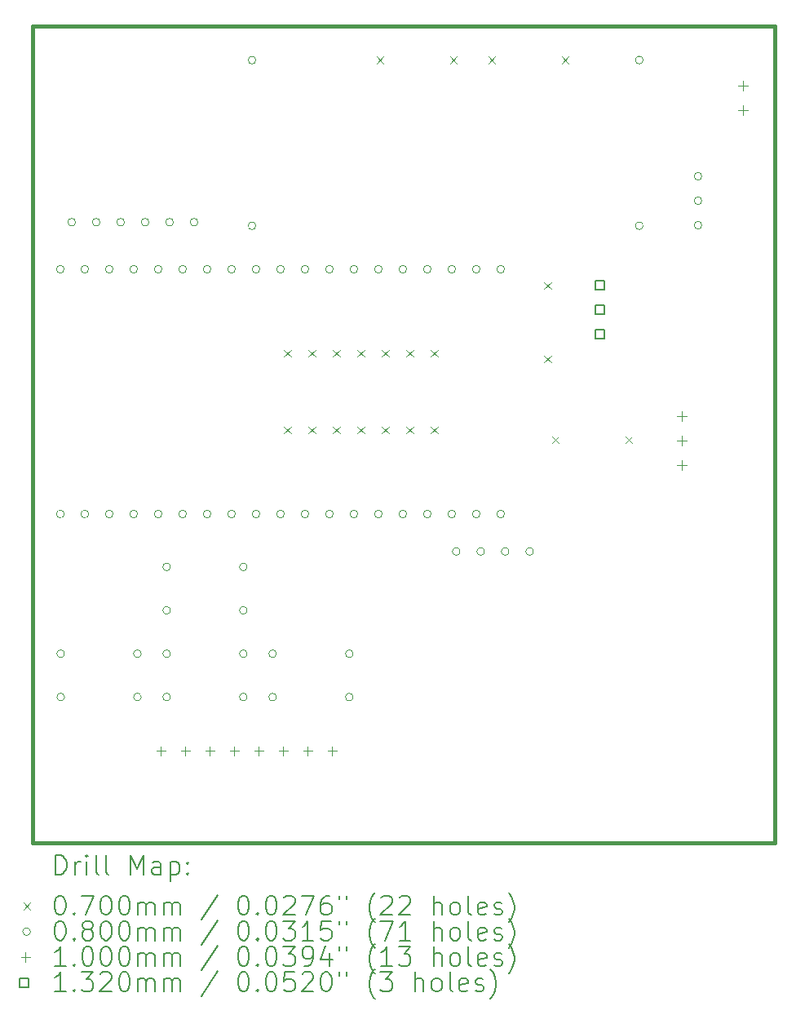
<source format=gbr>
%TF.GenerationSoftware,KiCad,Pcbnew,9.0.0*%
%TF.CreationDate,2025-04-11T21:54:36+02:00*%
%TF.ProjectId,eConBadge,65436f6e-4261-4646-9765-2e6b69636164,rev?*%
%TF.SameCoordinates,Original*%
%TF.FileFunction,Drillmap*%
%TF.FilePolarity,Positive*%
%FSLAX45Y45*%
G04 Gerber Fmt 4.5, Leading zero omitted, Abs format (unit mm)*
G04 Created by KiCad (PCBNEW 9.0.0) date 2025-04-11 21:54:36*
%MOMM*%
%LPD*%
G01*
G04 APERTURE LIST*
%ADD10C,0.400000*%
%ADD11C,0.200000*%
%ADD12C,0.100000*%
%ADD13C,0.132000*%
G04 APERTURE END LIST*
D10*
X12140000Y-1460000D02*
X19850000Y-1460000D01*
X19850000Y-9930000D01*
X12140000Y-9930000D01*
X12140000Y-1460000D01*
D11*
D12*
X14753000Y-4818000D02*
X14823000Y-4888000D01*
X14823000Y-4818000D02*
X14753000Y-4888000D01*
X14753000Y-5612000D02*
X14823000Y-5682000D01*
X14823000Y-5612000D02*
X14753000Y-5682000D01*
X15007000Y-4818000D02*
X15077000Y-4888000D01*
X15077000Y-4818000D02*
X15007000Y-4888000D01*
X15007000Y-5612000D02*
X15077000Y-5682000D01*
X15077000Y-5612000D02*
X15007000Y-5682000D01*
X15261000Y-4818000D02*
X15331000Y-4888000D01*
X15331000Y-4818000D02*
X15261000Y-4888000D01*
X15261000Y-5612000D02*
X15331000Y-5682000D01*
X15331000Y-5612000D02*
X15261000Y-5682000D01*
X15515000Y-4818000D02*
X15585000Y-4888000D01*
X15585000Y-4818000D02*
X15515000Y-4888000D01*
X15515000Y-5612000D02*
X15585000Y-5682000D01*
X15585000Y-5612000D02*
X15515000Y-5682000D01*
X15714000Y-1775000D02*
X15784000Y-1845000D01*
X15784000Y-1775000D02*
X15714000Y-1845000D01*
X15769000Y-4818000D02*
X15839000Y-4888000D01*
X15839000Y-4818000D02*
X15769000Y-4888000D01*
X15769000Y-5612000D02*
X15839000Y-5682000D01*
X15839000Y-5612000D02*
X15769000Y-5682000D01*
X16023000Y-4818000D02*
X16093000Y-4888000D01*
X16093000Y-4818000D02*
X16023000Y-4888000D01*
X16023000Y-5612000D02*
X16093000Y-5682000D01*
X16093000Y-5612000D02*
X16023000Y-5682000D01*
X16277000Y-4818000D02*
X16347000Y-4888000D01*
X16347000Y-4818000D02*
X16277000Y-4888000D01*
X16277000Y-5612000D02*
X16347000Y-5682000D01*
X16347000Y-5612000D02*
X16277000Y-5682000D01*
X16476000Y-1775000D02*
X16546000Y-1845000D01*
X16546000Y-1775000D02*
X16476000Y-1845000D01*
X16875000Y-1775000D02*
X16945000Y-1845000D01*
X16945000Y-1775000D02*
X16875000Y-1845000D01*
X17455000Y-4114000D02*
X17525000Y-4184000D01*
X17525000Y-4114000D02*
X17455000Y-4184000D01*
X17455000Y-4876000D02*
X17525000Y-4946000D01*
X17525000Y-4876000D02*
X17455000Y-4946000D01*
X17534000Y-5715000D02*
X17604000Y-5785000D01*
X17604000Y-5715000D02*
X17534000Y-5785000D01*
X17637000Y-1775000D02*
X17707000Y-1845000D01*
X17707000Y-1775000D02*
X17637000Y-1845000D01*
X18296000Y-5715000D02*
X18366000Y-5785000D01*
X18366000Y-5715000D02*
X18296000Y-5785000D01*
X12470000Y-3980000D02*
G75*
G02*
X12390000Y-3980000I-40000J0D01*
G01*
X12390000Y-3980000D02*
G75*
G02*
X12470000Y-3980000I40000J0D01*
G01*
X12470272Y-6519632D02*
G75*
G02*
X12390272Y-6519632I-40000J0D01*
G01*
X12390272Y-6519632D02*
G75*
G02*
X12470272Y-6519632I40000J0D01*
G01*
X12474000Y-7970000D02*
G75*
G02*
X12394000Y-7970000I-40000J0D01*
G01*
X12394000Y-7970000D02*
G75*
G02*
X12474000Y-7970000I40000J0D01*
G01*
X12474000Y-8420000D02*
G75*
G02*
X12394000Y-8420000I-40000J0D01*
G01*
X12394000Y-8420000D02*
G75*
G02*
X12474000Y-8420000I40000J0D01*
G01*
X12588000Y-3492000D02*
G75*
G02*
X12508000Y-3492000I-40000J0D01*
G01*
X12508000Y-3492000D02*
G75*
G02*
X12588000Y-3492000I40000J0D01*
G01*
X12724000Y-3980000D02*
G75*
G02*
X12644000Y-3980000I-40000J0D01*
G01*
X12644000Y-3980000D02*
G75*
G02*
X12724000Y-3980000I40000J0D01*
G01*
X12724272Y-6519632D02*
G75*
G02*
X12644272Y-6519632I-40000J0D01*
G01*
X12644272Y-6519632D02*
G75*
G02*
X12724272Y-6519632I40000J0D01*
G01*
X12842000Y-3492000D02*
G75*
G02*
X12762000Y-3492000I-40000J0D01*
G01*
X12762000Y-3492000D02*
G75*
G02*
X12842000Y-3492000I40000J0D01*
G01*
X12978000Y-3980000D02*
G75*
G02*
X12898000Y-3980000I-40000J0D01*
G01*
X12898000Y-3980000D02*
G75*
G02*
X12978000Y-3980000I40000J0D01*
G01*
X12978000Y-6520000D02*
G75*
G02*
X12898000Y-6520000I-40000J0D01*
G01*
X12898000Y-6520000D02*
G75*
G02*
X12978000Y-6520000I40000J0D01*
G01*
X13096000Y-3492000D02*
G75*
G02*
X13016000Y-3492000I-40000J0D01*
G01*
X13016000Y-3492000D02*
G75*
G02*
X13096000Y-3492000I40000J0D01*
G01*
X13232000Y-3980000D02*
G75*
G02*
X13152000Y-3980000I-40000J0D01*
G01*
X13152000Y-3980000D02*
G75*
G02*
X13232000Y-3980000I40000J0D01*
G01*
X13232000Y-6520000D02*
G75*
G02*
X13152000Y-6520000I-40000J0D01*
G01*
X13152000Y-6520000D02*
G75*
G02*
X13232000Y-6520000I40000J0D01*
G01*
X13270000Y-7970000D02*
G75*
G02*
X13190000Y-7970000I-40000J0D01*
G01*
X13190000Y-7970000D02*
G75*
G02*
X13270000Y-7970000I40000J0D01*
G01*
X13270000Y-8420000D02*
G75*
G02*
X13190000Y-8420000I-40000J0D01*
G01*
X13190000Y-8420000D02*
G75*
G02*
X13270000Y-8420000I40000J0D01*
G01*
X13350000Y-3492000D02*
G75*
G02*
X13270000Y-3492000I-40000J0D01*
G01*
X13270000Y-3492000D02*
G75*
G02*
X13350000Y-3492000I40000J0D01*
G01*
X13486000Y-3980000D02*
G75*
G02*
X13406000Y-3980000I-40000J0D01*
G01*
X13406000Y-3980000D02*
G75*
G02*
X13486000Y-3980000I40000J0D01*
G01*
X13486000Y-6520000D02*
G75*
G02*
X13406000Y-6520000I-40000J0D01*
G01*
X13406000Y-6520000D02*
G75*
G02*
X13486000Y-6520000I40000J0D01*
G01*
X13574000Y-7070000D02*
G75*
G02*
X13494000Y-7070000I-40000J0D01*
G01*
X13494000Y-7070000D02*
G75*
G02*
X13574000Y-7070000I40000J0D01*
G01*
X13574000Y-7520000D02*
G75*
G02*
X13494000Y-7520000I-40000J0D01*
G01*
X13494000Y-7520000D02*
G75*
G02*
X13574000Y-7520000I40000J0D01*
G01*
X13574000Y-7970000D02*
G75*
G02*
X13494000Y-7970000I-40000J0D01*
G01*
X13494000Y-7970000D02*
G75*
G02*
X13574000Y-7970000I40000J0D01*
G01*
X13574000Y-8420000D02*
G75*
G02*
X13494000Y-8420000I-40000J0D01*
G01*
X13494000Y-8420000D02*
G75*
G02*
X13574000Y-8420000I40000J0D01*
G01*
X13604000Y-3492000D02*
G75*
G02*
X13524000Y-3492000I-40000J0D01*
G01*
X13524000Y-3492000D02*
G75*
G02*
X13604000Y-3492000I40000J0D01*
G01*
X13740000Y-3980000D02*
G75*
G02*
X13660000Y-3980000I-40000J0D01*
G01*
X13660000Y-3980000D02*
G75*
G02*
X13740000Y-3980000I40000J0D01*
G01*
X13740000Y-6520000D02*
G75*
G02*
X13660000Y-6520000I-40000J0D01*
G01*
X13660000Y-6520000D02*
G75*
G02*
X13740000Y-6520000I40000J0D01*
G01*
X13858000Y-3492000D02*
G75*
G02*
X13778000Y-3492000I-40000J0D01*
G01*
X13778000Y-3492000D02*
G75*
G02*
X13858000Y-3492000I40000J0D01*
G01*
X13994000Y-3980000D02*
G75*
G02*
X13914000Y-3980000I-40000J0D01*
G01*
X13914000Y-3980000D02*
G75*
G02*
X13994000Y-3980000I40000J0D01*
G01*
X13994000Y-6520000D02*
G75*
G02*
X13914000Y-6520000I-40000J0D01*
G01*
X13914000Y-6520000D02*
G75*
G02*
X13994000Y-6520000I40000J0D01*
G01*
X14248000Y-3980000D02*
G75*
G02*
X14168000Y-3980000I-40000J0D01*
G01*
X14168000Y-3980000D02*
G75*
G02*
X14248000Y-3980000I40000J0D01*
G01*
X14248000Y-6520000D02*
G75*
G02*
X14168000Y-6520000I-40000J0D01*
G01*
X14168000Y-6520000D02*
G75*
G02*
X14248000Y-6520000I40000J0D01*
G01*
X14370000Y-7070000D02*
G75*
G02*
X14290000Y-7070000I-40000J0D01*
G01*
X14290000Y-7070000D02*
G75*
G02*
X14370000Y-7070000I40000J0D01*
G01*
X14370000Y-7520000D02*
G75*
G02*
X14290000Y-7520000I-40000J0D01*
G01*
X14290000Y-7520000D02*
G75*
G02*
X14370000Y-7520000I40000J0D01*
G01*
X14370000Y-7970000D02*
G75*
G02*
X14290000Y-7970000I-40000J0D01*
G01*
X14290000Y-7970000D02*
G75*
G02*
X14370000Y-7970000I40000J0D01*
G01*
X14370000Y-8420000D02*
G75*
G02*
X14290000Y-8420000I-40000J0D01*
G01*
X14290000Y-8420000D02*
G75*
G02*
X14370000Y-8420000I40000J0D01*
G01*
X14460000Y-1810000D02*
G75*
G02*
X14380000Y-1810000I-40000J0D01*
G01*
X14380000Y-1810000D02*
G75*
G02*
X14460000Y-1810000I40000J0D01*
G01*
X14460000Y-3530000D02*
G75*
G02*
X14380000Y-3530000I-40000J0D01*
G01*
X14380000Y-3530000D02*
G75*
G02*
X14460000Y-3530000I40000J0D01*
G01*
X14502000Y-3980000D02*
G75*
G02*
X14422000Y-3980000I-40000J0D01*
G01*
X14422000Y-3980000D02*
G75*
G02*
X14502000Y-3980000I40000J0D01*
G01*
X14502000Y-6520000D02*
G75*
G02*
X14422000Y-6520000I-40000J0D01*
G01*
X14422000Y-6520000D02*
G75*
G02*
X14502000Y-6520000I40000J0D01*
G01*
X14674000Y-7970000D02*
G75*
G02*
X14594000Y-7970000I-40000J0D01*
G01*
X14594000Y-7970000D02*
G75*
G02*
X14674000Y-7970000I40000J0D01*
G01*
X14674000Y-8420000D02*
G75*
G02*
X14594000Y-8420000I-40000J0D01*
G01*
X14594000Y-8420000D02*
G75*
G02*
X14674000Y-8420000I40000J0D01*
G01*
X14756000Y-3980000D02*
G75*
G02*
X14676000Y-3980000I-40000J0D01*
G01*
X14676000Y-3980000D02*
G75*
G02*
X14756000Y-3980000I40000J0D01*
G01*
X14756000Y-6520000D02*
G75*
G02*
X14676000Y-6520000I-40000J0D01*
G01*
X14676000Y-6520000D02*
G75*
G02*
X14756000Y-6520000I40000J0D01*
G01*
X15010000Y-3980000D02*
G75*
G02*
X14930000Y-3980000I-40000J0D01*
G01*
X14930000Y-3980000D02*
G75*
G02*
X15010000Y-3980000I40000J0D01*
G01*
X15010000Y-6520000D02*
G75*
G02*
X14930000Y-6520000I-40000J0D01*
G01*
X14930000Y-6520000D02*
G75*
G02*
X15010000Y-6520000I40000J0D01*
G01*
X15264000Y-3980000D02*
G75*
G02*
X15184000Y-3980000I-40000J0D01*
G01*
X15184000Y-3980000D02*
G75*
G02*
X15264000Y-3980000I40000J0D01*
G01*
X15264000Y-6520000D02*
G75*
G02*
X15184000Y-6520000I-40000J0D01*
G01*
X15184000Y-6520000D02*
G75*
G02*
X15264000Y-6520000I40000J0D01*
G01*
X15470000Y-7970000D02*
G75*
G02*
X15390000Y-7970000I-40000J0D01*
G01*
X15390000Y-7970000D02*
G75*
G02*
X15470000Y-7970000I40000J0D01*
G01*
X15470000Y-8420000D02*
G75*
G02*
X15390000Y-8420000I-40000J0D01*
G01*
X15390000Y-8420000D02*
G75*
G02*
X15470000Y-8420000I40000J0D01*
G01*
X15518000Y-3980000D02*
G75*
G02*
X15438000Y-3980000I-40000J0D01*
G01*
X15438000Y-3980000D02*
G75*
G02*
X15518000Y-3980000I40000J0D01*
G01*
X15518000Y-6520000D02*
G75*
G02*
X15438000Y-6520000I-40000J0D01*
G01*
X15438000Y-6520000D02*
G75*
G02*
X15518000Y-6520000I40000J0D01*
G01*
X15772000Y-3980000D02*
G75*
G02*
X15692000Y-3980000I-40000J0D01*
G01*
X15692000Y-3980000D02*
G75*
G02*
X15772000Y-3980000I40000J0D01*
G01*
X15772000Y-6520000D02*
G75*
G02*
X15692000Y-6520000I-40000J0D01*
G01*
X15692000Y-6520000D02*
G75*
G02*
X15772000Y-6520000I40000J0D01*
G01*
X16026000Y-3980000D02*
G75*
G02*
X15946000Y-3980000I-40000J0D01*
G01*
X15946000Y-3980000D02*
G75*
G02*
X16026000Y-3980000I40000J0D01*
G01*
X16026000Y-6520000D02*
G75*
G02*
X15946000Y-6520000I-40000J0D01*
G01*
X15946000Y-6520000D02*
G75*
G02*
X16026000Y-6520000I40000J0D01*
G01*
X16280000Y-3980000D02*
G75*
G02*
X16200000Y-3980000I-40000J0D01*
G01*
X16200000Y-3980000D02*
G75*
G02*
X16280000Y-3980000I40000J0D01*
G01*
X16280000Y-6520000D02*
G75*
G02*
X16200000Y-6520000I-40000J0D01*
G01*
X16200000Y-6520000D02*
G75*
G02*
X16280000Y-6520000I40000J0D01*
G01*
X16534000Y-3980000D02*
G75*
G02*
X16454000Y-3980000I-40000J0D01*
G01*
X16454000Y-3980000D02*
G75*
G02*
X16534000Y-3980000I40000J0D01*
G01*
X16534000Y-6520000D02*
G75*
G02*
X16454000Y-6520000I-40000J0D01*
G01*
X16454000Y-6520000D02*
G75*
G02*
X16534000Y-6520000I40000J0D01*
G01*
X16580000Y-6910000D02*
G75*
G02*
X16500000Y-6910000I-40000J0D01*
G01*
X16500000Y-6910000D02*
G75*
G02*
X16580000Y-6910000I40000J0D01*
G01*
X16788000Y-3980000D02*
G75*
G02*
X16708000Y-3980000I-40000J0D01*
G01*
X16708000Y-3980000D02*
G75*
G02*
X16788000Y-3980000I40000J0D01*
G01*
X16788000Y-6520000D02*
G75*
G02*
X16708000Y-6520000I-40000J0D01*
G01*
X16708000Y-6520000D02*
G75*
G02*
X16788000Y-6520000I40000J0D01*
G01*
X16834000Y-6910000D02*
G75*
G02*
X16754000Y-6910000I-40000J0D01*
G01*
X16754000Y-6910000D02*
G75*
G02*
X16834000Y-6910000I40000J0D01*
G01*
X17042000Y-3980000D02*
G75*
G02*
X16962000Y-3980000I-40000J0D01*
G01*
X16962000Y-3980000D02*
G75*
G02*
X17042000Y-3980000I40000J0D01*
G01*
X17042000Y-6520000D02*
G75*
G02*
X16962000Y-6520000I-40000J0D01*
G01*
X16962000Y-6520000D02*
G75*
G02*
X17042000Y-6520000I40000J0D01*
G01*
X17088000Y-6910000D02*
G75*
G02*
X17008000Y-6910000I-40000J0D01*
G01*
X17008000Y-6910000D02*
G75*
G02*
X17088000Y-6910000I40000J0D01*
G01*
X17342000Y-6910000D02*
G75*
G02*
X17262000Y-6910000I-40000J0D01*
G01*
X17262000Y-6910000D02*
G75*
G02*
X17342000Y-6910000I40000J0D01*
G01*
X18480000Y-1810000D02*
G75*
G02*
X18400000Y-1810000I-40000J0D01*
G01*
X18400000Y-1810000D02*
G75*
G02*
X18480000Y-1810000I40000J0D01*
G01*
X18480000Y-3530000D02*
G75*
G02*
X18400000Y-3530000I-40000J0D01*
G01*
X18400000Y-3530000D02*
G75*
G02*
X18480000Y-3530000I40000J0D01*
G01*
X19090000Y-3016000D02*
G75*
G02*
X19010000Y-3016000I-40000J0D01*
G01*
X19010000Y-3016000D02*
G75*
G02*
X19090000Y-3016000I40000J0D01*
G01*
X19090000Y-3270000D02*
G75*
G02*
X19010000Y-3270000I-40000J0D01*
G01*
X19010000Y-3270000D02*
G75*
G02*
X19090000Y-3270000I40000J0D01*
G01*
X19090000Y-3524000D02*
G75*
G02*
X19010000Y-3524000I-40000J0D01*
G01*
X19010000Y-3524000D02*
G75*
G02*
X19090000Y-3524000I40000J0D01*
G01*
X13476000Y-8930000D02*
X13476000Y-9030000D01*
X13426000Y-8980000D02*
X13526000Y-8980000D01*
X13730000Y-8930000D02*
X13730000Y-9030000D01*
X13680000Y-8980000D02*
X13780000Y-8980000D01*
X13984000Y-8930000D02*
X13984000Y-9030000D01*
X13934000Y-8980000D02*
X14034000Y-8980000D01*
X14238000Y-8930000D02*
X14238000Y-9030000D01*
X14188000Y-8980000D02*
X14288000Y-8980000D01*
X14492000Y-8930000D02*
X14492000Y-9030000D01*
X14442000Y-8980000D02*
X14542000Y-8980000D01*
X14746000Y-8930000D02*
X14746000Y-9030000D01*
X14696000Y-8980000D02*
X14796000Y-8980000D01*
X15000000Y-8930000D02*
X15000000Y-9030000D01*
X14950000Y-8980000D02*
X15050000Y-8980000D01*
X15254000Y-8930000D02*
X15254000Y-9030000D01*
X15204000Y-8980000D02*
X15304000Y-8980000D01*
X18880000Y-5456000D02*
X18880000Y-5556000D01*
X18830000Y-5506000D02*
X18930000Y-5506000D01*
X18880000Y-5710000D02*
X18880000Y-5810000D01*
X18830000Y-5760000D02*
X18930000Y-5760000D01*
X18880000Y-5964000D02*
X18880000Y-6064000D01*
X18830000Y-6014000D02*
X18930000Y-6014000D01*
X19520000Y-2026000D02*
X19520000Y-2126000D01*
X19470000Y-2076000D02*
X19570000Y-2076000D01*
X19520000Y-2280000D02*
X19520000Y-2380000D01*
X19470000Y-2330000D02*
X19570000Y-2330000D01*
D13*
X18078920Y-4194169D02*
X18078920Y-4100830D01*
X17985581Y-4100830D01*
X17985581Y-4194169D01*
X18078920Y-4194169D01*
X18078920Y-4448170D02*
X18078920Y-4354831D01*
X17985581Y-4354831D01*
X17985581Y-4448170D01*
X18078920Y-4448170D01*
X18078920Y-4702170D02*
X18078920Y-4608831D01*
X17985581Y-4608831D01*
X17985581Y-4702170D01*
X18078920Y-4702170D01*
D11*
X12380777Y-10261484D02*
X12380777Y-10061484D01*
X12380777Y-10061484D02*
X12428396Y-10061484D01*
X12428396Y-10061484D02*
X12456967Y-10071008D01*
X12456967Y-10071008D02*
X12476015Y-10090055D01*
X12476015Y-10090055D02*
X12485539Y-10109103D01*
X12485539Y-10109103D02*
X12495062Y-10147198D01*
X12495062Y-10147198D02*
X12495062Y-10175770D01*
X12495062Y-10175770D02*
X12485539Y-10213865D01*
X12485539Y-10213865D02*
X12476015Y-10232912D01*
X12476015Y-10232912D02*
X12456967Y-10251960D01*
X12456967Y-10251960D02*
X12428396Y-10261484D01*
X12428396Y-10261484D02*
X12380777Y-10261484D01*
X12580777Y-10261484D02*
X12580777Y-10128150D01*
X12580777Y-10166246D02*
X12590301Y-10147198D01*
X12590301Y-10147198D02*
X12599824Y-10137674D01*
X12599824Y-10137674D02*
X12618872Y-10128150D01*
X12618872Y-10128150D02*
X12637920Y-10128150D01*
X12704586Y-10261484D02*
X12704586Y-10128150D01*
X12704586Y-10061484D02*
X12695062Y-10071008D01*
X12695062Y-10071008D02*
X12704586Y-10080531D01*
X12704586Y-10080531D02*
X12714110Y-10071008D01*
X12714110Y-10071008D02*
X12704586Y-10061484D01*
X12704586Y-10061484D02*
X12704586Y-10080531D01*
X12828396Y-10261484D02*
X12809348Y-10251960D01*
X12809348Y-10251960D02*
X12799824Y-10232912D01*
X12799824Y-10232912D02*
X12799824Y-10061484D01*
X12933158Y-10261484D02*
X12914110Y-10251960D01*
X12914110Y-10251960D02*
X12904586Y-10232912D01*
X12904586Y-10232912D02*
X12904586Y-10061484D01*
X13161729Y-10261484D02*
X13161729Y-10061484D01*
X13161729Y-10061484D02*
X13228396Y-10204341D01*
X13228396Y-10204341D02*
X13295062Y-10061484D01*
X13295062Y-10061484D02*
X13295062Y-10261484D01*
X13476015Y-10261484D02*
X13476015Y-10156722D01*
X13476015Y-10156722D02*
X13466491Y-10137674D01*
X13466491Y-10137674D02*
X13447443Y-10128150D01*
X13447443Y-10128150D02*
X13409348Y-10128150D01*
X13409348Y-10128150D02*
X13390301Y-10137674D01*
X13476015Y-10251960D02*
X13456967Y-10261484D01*
X13456967Y-10261484D02*
X13409348Y-10261484D01*
X13409348Y-10261484D02*
X13390301Y-10251960D01*
X13390301Y-10251960D02*
X13380777Y-10232912D01*
X13380777Y-10232912D02*
X13380777Y-10213865D01*
X13380777Y-10213865D02*
X13390301Y-10194817D01*
X13390301Y-10194817D02*
X13409348Y-10185293D01*
X13409348Y-10185293D02*
X13456967Y-10185293D01*
X13456967Y-10185293D02*
X13476015Y-10175770D01*
X13571253Y-10128150D02*
X13571253Y-10328150D01*
X13571253Y-10137674D02*
X13590301Y-10128150D01*
X13590301Y-10128150D02*
X13628396Y-10128150D01*
X13628396Y-10128150D02*
X13647443Y-10137674D01*
X13647443Y-10137674D02*
X13656967Y-10147198D01*
X13656967Y-10147198D02*
X13666491Y-10166246D01*
X13666491Y-10166246D02*
X13666491Y-10223389D01*
X13666491Y-10223389D02*
X13656967Y-10242436D01*
X13656967Y-10242436D02*
X13647443Y-10251960D01*
X13647443Y-10251960D02*
X13628396Y-10261484D01*
X13628396Y-10261484D02*
X13590301Y-10261484D01*
X13590301Y-10261484D02*
X13571253Y-10251960D01*
X13752205Y-10242436D02*
X13761729Y-10251960D01*
X13761729Y-10251960D02*
X13752205Y-10261484D01*
X13752205Y-10261484D02*
X13742682Y-10251960D01*
X13742682Y-10251960D02*
X13752205Y-10242436D01*
X13752205Y-10242436D02*
X13752205Y-10261484D01*
X13752205Y-10137674D02*
X13761729Y-10147198D01*
X13761729Y-10147198D02*
X13752205Y-10156722D01*
X13752205Y-10156722D02*
X13742682Y-10147198D01*
X13742682Y-10147198D02*
X13752205Y-10137674D01*
X13752205Y-10137674D02*
X13752205Y-10156722D01*
D12*
X12050000Y-10555000D02*
X12120000Y-10625000D01*
X12120000Y-10555000D02*
X12050000Y-10625000D01*
D11*
X12418872Y-10481484D02*
X12437920Y-10481484D01*
X12437920Y-10481484D02*
X12456967Y-10491008D01*
X12456967Y-10491008D02*
X12466491Y-10500531D01*
X12466491Y-10500531D02*
X12476015Y-10519579D01*
X12476015Y-10519579D02*
X12485539Y-10557674D01*
X12485539Y-10557674D02*
X12485539Y-10605293D01*
X12485539Y-10605293D02*
X12476015Y-10643389D01*
X12476015Y-10643389D02*
X12466491Y-10662436D01*
X12466491Y-10662436D02*
X12456967Y-10671960D01*
X12456967Y-10671960D02*
X12437920Y-10681484D01*
X12437920Y-10681484D02*
X12418872Y-10681484D01*
X12418872Y-10681484D02*
X12399824Y-10671960D01*
X12399824Y-10671960D02*
X12390301Y-10662436D01*
X12390301Y-10662436D02*
X12380777Y-10643389D01*
X12380777Y-10643389D02*
X12371253Y-10605293D01*
X12371253Y-10605293D02*
X12371253Y-10557674D01*
X12371253Y-10557674D02*
X12380777Y-10519579D01*
X12380777Y-10519579D02*
X12390301Y-10500531D01*
X12390301Y-10500531D02*
X12399824Y-10491008D01*
X12399824Y-10491008D02*
X12418872Y-10481484D01*
X12571253Y-10662436D02*
X12580777Y-10671960D01*
X12580777Y-10671960D02*
X12571253Y-10681484D01*
X12571253Y-10681484D02*
X12561729Y-10671960D01*
X12561729Y-10671960D02*
X12571253Y-10662436D01*
X12571253Y-10662436D02*
X12571253Y-10681484D01*
X12647443Y-10481484D02*
X12780777Y-10481484D01*
X12780777Y-10481484D02*
X12695062Y-10681484D01*
X12895062Y-10481484D02*
X12914110Y-10481484D01*
X12914110Y-10481484D02*
X12933158Y-10491008D01*
X12933158Y-10491008D02*
X12942682Y-10500531D01*
X12942682Y-10500531D02*
X12952205Y-10519579D01*
X12952205Y-10519579D02*
X12961729Y-10557674D01*
X12961729Y-10557674D02*
X12961729Y-10605293D01*
X12961729Y-10605293D02*
X12952205Y-10643389D01*
X12952205Y-10643389D02*
X12942682Y-10662436D01*
X12942682Y-10662436D02*
X12933158Y-10671960D01*
X12933158Y-10671960D02*
X12914110Y-10681484D01*
X12914110Y-10681484D02*
X12895062Y-10681484D01*
X12895062Y-10681484D02*
X12876015Y-10671960D01*
X12876015Y-10671960D02*
X12866491Y-10662436D01*
X12866491Y-10662436D02*
X12856967Y-10643389D01*
X12856967Y-10643389D02*
X12847443Y-10605293D01*
X12847443Y-10605293D02*
X12847443Y-10557674D01*
X12847443Y-10557674D02*
X12856967Y-10519579D01*
X12856967Y-10519579D02*
X12866491Y-10500531D01*
X12866491Y-10500531D02*
X12876015Y-10491008D01*
X12876015Y-10491008D02*
X12895062Y-10481484D01*
X13085539Y-10481484D02*
X13104586Y-10481484D01*
X13104586Y-10481484D02*
X13123634Y-10491008D01*
X13123634Y-10491008D02*
X13133158Y-10500531D01*
X13133158Y-10500531D02*
X13142682Y-10519579D01*
X13142682Y-10519579D02*
X13152205Y-10557674D01*
X13152205Y-10557674D02*
X13152205Y-10605293D01*
X13152205Y-10605293D02*
X13142682Y-10643389D01*
X13142682Y-10643389D02*
X13133158Y-10662436D01*
X13133158Y-10662436D02*
X13123634Y-10671960D01*
X13123634Y-10671960D02*
X13104586Y-10681484D01*
X13104586Y-10681484D02*
X13085539Y-10681484D01*
X13085539Y-10681484D02*
X13066491Y-10671960D01*
X13066491Y-10671960D02*
X13056967Y-10662436D01*
X13056967Y-10662436D02*
X13047443Y-10643389D01*
X13047443Y-10643389D02*
X13037920Y-10605293D01*
X13037920Y-10605293D02*
X13037920Y-10557674D01*
X13037920Y-10557674D02*
X13047443Y-10519579D01*
X13047443Y-10519579D02*
X13056967Y-10500531D01*
X13056967Y-10500531D02*
X13066491Y-10491008D01*
X13066491Y-10491008D02*
X13085539Y-10481484D01*
X13237920Y-10681484D02*
X13237920Y-10548150D01*
X13237920Y-10567198D02*
X13247443Y-10557674D01*
X13247443Y-10557674D02*
X13266491Y-10548150D01*
X13266491Y-10548150D02*
X13295063Y-10548150D01*
X13295063Y-10548150D02*
X13314110Y-10557674D01*
X13314110Y-10557674D02*
X13323634Y-10576722D01*
X13323634Y-10576722D02*
X13323634Y-10681484D01*
X13323634Y-10576722D02*
X13333158Y-10557674D01*
X13333158Y-10557674D02*
X13352205Y-10548150D01*
X13352205Y-10548150D02*
X13380777Y-10548150D01*
X13380777Y-10548150D02*
X13399824Y-10557674D01*
X13399824Y-10557674D02*
X13409348Y-10576722D01*
X13409348Y-10576722D02*
X13409348Y-10681484D01*
X13504586Y-10681484D02*
X13504586Y-10548150D01*
X13504586Y-10567198D02*
X13514110Y-10557674D01*
X13514110Y-10557674D02*
X13533158Y-10548150D01*
X13533158Y-10548150D02*
X13561729Y-10548150D01*
X13561729Y-10548150D02*
X13580777Y-10557674D01*
X13580777Y-10557674D02*
X13590301Y-10576722D01*
X13590301Y-10576722D02*
X13590301Y-10681484D01*
X13590301Y-10576722D02*
X13599824Y-10557674D01*
X13599824Y-10557674D02*
X13618872Y-10548150D01*
X13618872Y-10548150D02*
X13647443Y-10548150D01*
X13647443Y-10548150D02*
X13666491Y-10557674D01*
X13666491Y-10557674D02*
X13676015Y-10576722D01*
X13676015Y-10576722D02*
X13676015Y-10681484D01*
X14066491Y-10471960D02*
X13895063Y-10729103D01*
X14323634Y-10481484D02*
X14342682Y-10481484D01*
X14342682Y-10481484D02*
X14361729Y-10491008D01*
X14361729Y-10491008D02*
X14371253Y-10500531D01*
X14371253Y-10500531D02*
X14380777Y-10519579D01*
X14380777Y-10519579D02*
X14390301Y-10557674D01*
X14390301Y-10557674D02*
X14390301Y-10605293D01*
X14390301Y-10605293D02*
X14380777Y-10643389D01*
X14380777Y-10643389D02*
X14371253Y-10662436D01*
X14371253Y-10662436D02*
X14361729Y-10671960D01*
X14361729Y-10671960D02*
X14342682Y-10681484D01*
X14342682Y-10681484D02*
X14323634Y-10681484D01*
X14323634Y-10681484D02*
X14304586Y-10671960D01*
X14304586Y-10671960D02*
X14295063Y-10662436D01*
X14295063Y-10662436D02*
X14285539Y-10643389D01*
X14285539Y-10643389D02*
X14276015Y-10605293D01*
X14276015Y-10605293D02*
X14276015Y-10557674D01*
X14276015Y-10557674D02*
X14285539Y-10519579D01*
X14285539Y-10519579D02*
X14295063Y-10500531D01*
X14295063Y-10500531D02*
X14304586Y-10491008D01*
X14304586Y-10491008D02*
X14323634Y-10481484D01*
X14476015Y-10662436D02*
X14485539Y-10671960D01*
X14485539Y-10671960D02*
X14476015Y-10681484D01*
X14476015Y-10681484D02*
X14466491Y-10671960D01*
X14466491Y-10671960D02*
X14476015Y-10662436D01*
X14476015Y-10662436D02*
X14476015Y-10681484D01*
X14609348Y-10481484D02*
X14628396Y-10481484D01*
X14628396Y-10481484D02*
X14647444Y-10491008D01*
X14647444Y-10491008D02*
X14656967Y-10500531D01*
X14656967Y-10500531D02*
X14666491Y-10519579D01*
X14666491Y-10519579D02*
X14676015Y-10557674D01*
X14676015Y-10557674D02*
X14676015Y-10605293D01*
X14676015Y-10605293D02*
X14666491Y-10643389D01*
X14666491Y-10643389D02*
X14656967Y-10662436D01*
X14656967Y-10662436D02*
X14647444Y-10671960D01*
X14647444Y-10671960D02*
X14628396Y-10681484D01*
X14628396Y-10681484D02*
X14609348Y-10681484D01*
X14609348Y-10681484D02*
X14590301Y-10671960D01*
X14590301Y-10671960D02*
X14580777Y-10662436D01*
X14580777Y-10662436D02*
X14571253Y-10643389D01*
X14571253Y-10643389D02*
X14561729Y-10605293D01*
X14561729Y-10605293D02*
X14561729Y-10557674D01*
X14561729Y-10557674D02*
X14571253Y-10519579D01*
X14571253Y-10519579D02*
X14580777Y-10500531D01*
X14580777Y-10500531D02*
X14590301Y-10491008D01*
X14590301Y-10491008D02*
X14609348Y-10481484D01*
X14752206Y-10500531D02*
X14761729Y-10491008D01*
X14761729Y-10491008D02*
X14780777Y-10481484D01*
X14780777Y-10481484D02*
X14828396Y-10481484D01*
X14828396Y-10481484D02*
X14847444Y-10491008D01*
X14847444Y-10491008D02*
X14856967Y-10500531D01*
X14856967Y-10500531D02*
X14866491Y-10519579D01*
X14866491Y-10519579D02*
X14866491Y-10538627D01*
X14866491Y-10538627D02*
X14856967Y-10567198D01*
X14856967Y-10567198D02*
X14742682Y-10681484D01*
X14742682Y-10681484D02*
X14866491Y-10681484D01*
X14933158Y-10481484D02*
X15066491Y-10481484D01*
X15066491Y-10481484D02*
X14980777Y-10681484D01*
X15228396Y-10481484D02*
X15190301Y-10481484D01*
X15190301Y-10481484D02*
X15171253Y-10491008D01*
X15171253Y-10491008D02*
X15161729Y-10500531D01*
X15161729Y-10500531D02*
X15142682Y-10529103D01*
X15142682Y-10529103D02*
X15133158Y-10567198D01*
X15133158Y-10567198D02*
X15133158Y-10643389D01*
X15133158Y-10643389D02*
X15142682Y-10662436D01*
X15142682Y-10662436D02*
X15152206Y-10671960D01*
X15152206Y-10671960D02*
X15171253Y-10681484D01*
X15171253Y-10681484D02*
X15209348Y-10681484D01*
X15209348Y-10681484D02*
X15228396Y-10671960D01*
X15228396Y-10671960D02*
X15237920Y-10662436D01*
X15237920Y-10662436D02*
X15247444Y-10643389D01*
X15247444Y-10643389D02*
X15247444Y-10595770D01*
X15247444Y-10595770D02*
X15237920Y-10576722D01*
X15237920Y-10576722D02*
X15228396Y-10567198D01*
X15228396Y-10567198D02*
X15209348Y-10557674D01*
X15209348Y-10557674D02*
X15171253Y-10557674D01*
X15171253Y-10557674D02*
X15152206Y-10567198D01*
X15152206Y-10567198D02*
X15142682Y-10576722D01*
X15142682Y-10576722D02*
X15133158Y-10595770D01*
X15323634Y-10481484D02*
X15323634Y-10519579D01*
X15399825Y-10481484D02*
X15399825Y-10519579D01*
X15695063Y-10757674D02*
X15685539Y-10748150D01*
X15685539Y-10748150D02*
X15666491Y-10719579D01*
X15666491Y-10719579D02*
X15656968Y-10700531D01*
X15656968Y-10700531D02*
X15647444Y-10671960D01*
X15647444Y-10671960D02*
X15637920Y-10624341D01*
X15637920Y-10624341D02*
X15637920Y-10586246D01*
X15637920Y-10586246D02*
X15647444Y-10538627D01*
X15647444Y-10538627D02*
X15656968Y-10510055D01*
X15656968Y-10510055D02*
X15666491Y-10491008D01*
X15666491Y-10491008D02*
X15685539Y-10462436D01*
X15685539Y-10462436D02*
X15695063Y-10452912D01*
X15761729Y-10500531D02*
X15771253Y-10491008D01*
X15771253Y-10491008D02*
X15790301Y-10481484D01*
X15790301Y-10481484D02*
X15837920Y-10481484D01*
X15837920Y-10481484D02*
X15856968Y-10491008D01*
X15856968Y-10491008D02*
X15866491Y-10500531D01*
X15866491Y-10500531D02*
X15876015Y-10519579D01*
X15876015Y-10519579D02*
X15876015Y-10538627D01*
X15876015Y-10538627D02*
X15866491Y-10567198D01*
X15866491Y-10567198D02*
X15752206Y-10681484D01*
X15752206Y-10681484D02*
X15876015Y-10681484D01*
X15952206Y-10500531D02*
X15961729Y-10491008D01*
X15961729Y-10491008D02*
X15980777Y-10481484D01*
X15980777Y-10481484D02*
X16028396Y-10481484D01*
X16028396Y-10481484D02*
X16047444Y-10491008D01*
X16047444Y-10491008D02*
X16056968Y-10500531D01*
X16056968Y-10500531D02*
X16066491Y-10519579D01*
X16066491Y-10519579D02*
X16066491Y-10538627D01*
X16066491Y-10538627D02*
X16056968Y-10567198D01*
X16056968Y-10567198D02*
X15942682Y-10681484D01*
X15942682Y-10681484D02*
X16066491Y-10681484D01*
X16304587Y-10681484D02*
X16304587Y-10481484D01*
X16390301Y-10681484D02*
X16390301Y-10576722D01*
X16390301Y-10576722D02*
X16380777Y-10557674D01*
X16380777Y-10557674D02*
X16361730Y-10548150D01*
X16361730Y-10548150D02*
X16333158Y-10548150D01*
X16333158Y-10548150D02*
X16314110Y-10557674D01*
X16314110Y-10557674D02*
X16304587Y-10567198D01*
X16514110Y-10681484D02*
X16495063Y-10671960D01*
X16495063Y-10671960D02*
X16485539Y-10662436D01*
X16485539Y-10662436D02*
X16476015Y-10643389D01*
X16476015Y-10643389D02*
X16476015Y-10586246D01*
X16476015Y-10586246D02*
X16485539Y-10567198D01*
X16485539Y-10567198D02*
X16495063Y-10557674D01*
X16495063Y-10557674D02*
X16514110Y-10548150D01*
X16514110Y-10548150D02*
X16542682Y-10548150D01*
X16542682Y-10548150D02*
X16561730Y-10557674D01*
X16561730Y-10557674D02*
X16571253Y-10567198D01*
X16571253Y-10567198D02*
X16580777Y-10586246D01*
X16580777Y-10586246D02*
X16580777Y-10643389D01*
X16580777Y-10643389D02*
X16571253Y-10662436D01*
X16571253Y-10662436D02*
X16561730Y-10671960D01*
X16561730Y-10671960D02*
X16542682Y-10681484D01*
X16542682Y-10681484D02*
X16514110Y-10681484D01*
X16695063Y-10681484D02*
X16676015Y-10671960D01*
X16676015Y-10671960D02*
X16666491Y-10652912D01*
X16666491Y-10652912D02*
X16666491Y-10481484D01*
X16847444Y-10671960D02*
X16828396Y-10681484D01*
X16828396Y-10681484D02*
X16790301Y-10681484D01*
X16790301Y-10681484D02*
X16771253Y-10671960D01*
X16771253Y-10671960D02*
X16761730Y-10652912D01*
X16761730Y-10652912D02*
X16761730Y-10576722D01*
X16761730Y-10576722D02*
X16771253Y-10557674D01*
X16771253Y-10557674D02*
X16790301Y-10548150D01*
X16790301Y-10548150D02*
X16828396Y-10548150D01*
X16828396Y-10548150D02*
X16847444Y-10557674D01*
X16847444Y-10557674D02*
X16856968Y-10576722D01*
X16856968Y-10576722D02*
X16856968Y-10595770D01*
X16856968Y-10595770D02*
X16761730Y-10614817D01*
X16933158Y-10671960D02*
X16952206Y-10681484D01*
X16952206Y-10681484D02*
X16990301Y-10681484D01*
X16990301Y-10681484D02*
X17009349Y-10671960D01*
X17009349Y-10671960D02*
X17018873Y-10652912D01*
X17018873Y-10652912D02*
X17018873Y-10643389D01*
X17018873Y-10643389D02*
X17009349Y-10624341D01*
X17009349Y-10624341D02*
X16990301Y-10614817D01*
X16990301Y-10614817D02*
X16961730Y-10614817D01*
X16961730Y-10614817D02*
X16942682Y-10605293D01*
X16942682Y-10605293D02*
X16933158Y-10586246D01*
X16933158Y-10586246D02*
X16933158Y-10576722D01*
X16933158Y-10576722D02*
X16942682Y-10557674D01*
X16942682Y-10557674D02*
X16961730Y-10548150D01*
X16961730Y-10548150D02*
X16990301Y-10548150D01*
X16990301Y-10548150D02*
X17009349Y-10557674D01*
X17085539Y-10757674D02*
X17095063Y-10748150D01*
X17095063Y-10748150D02*
X17114111Y-10719579D01*
X17114111Y-10719579D02*
X17123634Y-10700531D01*
X17123634Y-10700531D02*
X17133158Y-10671960D01*
X17133158Y-10671960D02*
X17142682Y-10624341D01*
X17142682Y-10624341D02*
X17142682Y-10586246D01*
X17142682Y-10586246D02*
X17133158Y-10538627D01*
X17133158Y-10538627D02*
X17123634Y-10510055D01*
X17123634Y-10510055D02*
X17114111Y-10491008D01*
X17114111Y-10491008D02*
X17095063Y-10462436D01*
X17095063Y-10462436D02*
X17085539Y-10452912D01*
D12*
X12120000Y-10854000D02*
G75*
G02*
X12040000Y-10854000I-40000J0D01*
G01*
X12040000Y-10854000D02*
G75*
G02*
X12120000Y-10854000I40000J0D01*
G01*
D11*
X12418872Y-10745484D02*
X12437920Y-10745484D01*
X12437920Y-10745484D02*
X12456967Y-10755008D01*
X12456967Y-10755008D02*
X12466491Y-10764531D01*
X12466491Y-10764531D02*
X12476015Y-10783579D01*
X12476015Y-10783579D02*
X12485539Y-10821674D01*
X12485539Y-10821674D02*
X12485539Y-10869293D01*
X12485539Y-10869293D02*
X12476015Y-10907389D01*
X12476015Y-10907389D02*
X12466491Y-10926436D01*
X12466491Y-10926436D02*
X12456967Y-10935960D01*
X12456967Y-10935960D02*
X12437920Y-10945484D01*
X12437920Y-10945484D02*
X12418872Y-10945484D01*
X12418872Y-10945484D02*
X12399824Y-10935960D01*
X12399824Y-10935960D02*
X12390301Y-10926436D01*
X12390301Y-10926436D02*
X12380777Y-10907389D01*
X12380777Y-10907389D02*
X12371253Y-10869293D01*
X12371253Y-10869293D02*
X12371253Y-10821674D01*
X12371253Y-10821674D02*
X12380777Y-10783579D01*
X12380777Y-10783579D02*
X12390301Y-10764531D01*
X12390301Y-10764531D02*
X12399824Y-10755008D01*
X12399824Y-10755008D02*
X12418872Y-10745484D01*
X12571253Y-10926436D02*
X12580777Y-10935960D01*
X12580777Y-10935960D02*
X12571253Y-10945484D01*
X12571253Y-10945484D02*
X12561729Y-10935960D01*
X12561729Y-10935960D02*
X12571253Y-10926436D01*
X12571253Y-10926436D02*
X12571253Y-10945484D01*
X12695062Y-10831198D02*
X12676015Y-10821674D01*
X12676015Y-10821674D02*
X12666491Y-10812150D01*
X12666491Y-10812150D02*
X12656967Y-10793103D01*
X12656967Y-10793103D02*
X12656967Y-10783579D01*
X12656967Y-10783579D02*
X12666491Y-10764531D01*
X12666491Y-10764531D02*
X12676015Y-10755008D01*
X12676015Y-10755008D02*
X12695062Y-10745484D01*
X12695062Y-10745484D02*
X12733158Y-10745484D01*
X12733158Y-10745484D02*
X12752205Y-10755008D01*
X12752205Y-10755008D02*
X12761729Y-10764531D01*
X12761729Y-10764531D02*
X12771253Y-10783579D01*
X12771253Y-10783579D02*
X12771253Y-10793103D01*
X12771253Y-10793103D02*
X12761729Y-10812150D01*
X12761729Y-10812150D02*
X12752205Y-10821674D01*
X12752205Y-10821674D02*
X12733158Y-10831198D01*
X12733158Y-10831198D02*
X12695062Y-10831198D01*
X12695062Y-10831198D02*
X12676015Y-10840722D01*
X12676015Y-10840722D02*
X12666491Y-10850246D01*
X12666491Y-10850246D02*
X12656967Y-10869293D01*
X12656967Y-10869293D02*
X12656967Y-10907389D01*
X12656967Y-10907389D02*
X12666491Y-10926436D01*
X12666491Y-10926436D02*
X12676015Y-10935960D01*
X12676015Y-10935960D02*
X12695062Y-10945484D01*
X12695062Y-10945484D02*
X12733158Y-10945484D01*
X12733158Y-10945484D02*
X12752205Y-10935960D01*
X12752205Y-10935960D02*
X12761729Y-10926436D01*
X12761729Y-10926436D02*
X12771253Y-10907389D01*
X12771253Y-10907389D02*
X12771253Y-10869293D01*
X12771253Y-10869293D02*
X12761729Y-10850246D01*
X12761729Y-10850246D02*
X12752205Y-10840722D01*
X12752205Y-10840722D02*
X12733158Y-10831198D01*
X12895062Y-10745484D02*
X12914110Y-10745484D01*
X12914110Y-10745484D02*
X12933158Y-10755008D01*
X12933158Y-10755008D02*
X12942682Y-10764531D01*
X12942682Y-10764531D02*
X12952205Y-10783579D01*
X12952205Y-10783579D02*
X12961729Y-10821674D01*
X12961729Y-10821674D02*
X12961729Y-10869293D01*
X12961729Y-10869293D02*
X12952205Y-10907389D01*
X12952205Y-10907389D02*
X12942682Y-10926436D01*
X12942682Y-10926436D02*
X12933158Y-10935960D01*
X12933158Y-10935960D02*
X12914110Y-10945484D01*
X12914110Y-10945484D02*
X12895062Y-10945484D01*
X12895062Y-10945484D02*
X12876015Y-10935960D01*
X12876015Y-10935960D02*
X12866491Y-10926436D01*
X12866491Y-10926436D02*
X12856967Y-10907389D01*
X12856967Y-10907389D02*
X12847443Y-10869293D01*
X12847443Y-10869293D02*
X12847443Y-10821674D01*
X12847443Y-10821674D02*
X12856967Y-10783579D01*
X12856967Y-10783579D02*
X12866491Y-10764531D01*
X12866491Y-10764531D02*
X12876015Y-10755008D01*
X12876015Y-10755008D02*
X12895062Y-10745484D01*
X13085539Y-10745484D02*
X13104586Y-10745484D01*
X13104586Y-10745484D02*
X13123634Y-10755008D01*
X13123634Y-10755008D02*
X13133158Y-10764531D01*
X13133158Y-10764531D02*
X13142682Y-10783579D01*
X13142682Y-10783579D02*
X13152205Y-10821674D01*
X13152205Y-10821674D02*
X13152205Y-10869293D01*
X13152205Y-10869293D02*
X13142682Y-10907389D01*
X13142682Y-10907389D02*
X13133158Y-10926436D01*
X13133158Y-10926436D02*
X13123634Y-10935960D01*
X13123634Y-10935960D02*
X13104586Y-10945484D01*
X13104586Y-10945484D02*
X13085539Y-10945484D01*
X13085539Y-10945484D02*
X13066491Y-10935960D01*
X13066491Y-10935960D02*
X13056967Y-10926436D01*
X13056967Y-10926436D02*
X13047443Y-10907389D01*
X13047443Y-10907389D02*
X13037920Y-10869293D01*
X13037920Y-10869293D02*
X13037920Y-10821674D01*
X13037920Y-10821674D02*
X13047443Y-10783579D01*
X13047443Y-10783579D02*
X13056967Y-10764531D01*
X13056967Y-10764531D02*
X13066491Y-10755008D01*
X13066491Y-10755008D02*
X13085539Y-10745484D01*
X13237920Y-10945484D02*
X13237920Y-10812150D01*
X13237920Y-10831198D02*
X13247443Y-10821674D01*
X13247443Y-10821674D02*
X13266491Y-10812150D01*
X13266491Y-10812150D02*
X13295063Y-10812150D01*
X13295063Y-10812150D02*
X13314110Y-10821674D01*
X13314110Y-10821674D02*
X13323634Y-10840722D01*
X13323634Y-10840722D02*
X13323634Y-10945484D01*
X13323634Y-10840722D02*
X13333158Y-10821674D01*
X13333158Y-10821674D02*
X13352205Y-10812150D01*
X13352205Y-10812150D02*
X13380777Y-10812150D01*
X13380777Y-10812150D02*
X13399824Y-10821674D01*
X13399824Y-10821674D02*
X13409348Y-10840722D01*
X13409348Y-10840722D02*
X13409348Y-10945484D01*
X13504586Y-10945484D02*
X13504586Y-10812150D01*
X13504586Y-10831198D02*
X13514110Y-10821674D01*
X13514110Y-10821674D02*
X13533158Y-10812150D01*
X13533158Y-10812150D02*
X13561729Y-10812150D01*
X13561729Y-10812150D02*
X13580777Y-10821674D01*
X13580777Y-10821674D02*
X13590301Y-10840722D01*
X13590301Y-10840722D02*
X13590301Y-10945484D01*
X13590301Y-10840722D02*
X13599824Y-10821674D01*
X13599824Y-10821674D02*
X13618872Y-10812150D01*
X13618872Y-10812150D02*
X13647443Y-10812150D01*
X13647443Y-10812150D02*
X13666491Y-10821674D01*
X13666491Y-10821674D02*
X13676015Y-10840722D01*
X13676015Y-10840722D02*
X13676015Y-10945484D01*
X14066491Y-10735960D02*
X13895063Y-10993103D01*
X14323634Y-10745484D02*
X14342682Y-10745484D01*
X14342682Y-10745484D02*
X14361729Y-10755008D01*
X14361729Y-10755008D02*
X14371253Y-10764531D01*
X14371253Y-10764531D02*
X14380777Y-10783579D01*
X14380777Y-10783579D02*
X14390301Y-10821674D01*
X14390301Y-10821674D02*
X14390301Y-10869293D01*
X14390301Y-10869293D02*
X14380777Y-10907389D01*
X14380777Y-10907389D02*
X14371253Y-10926436D01*
X14371253Y-10926436D02*
X14361729Y-10935960D01*
X14361729Y-10935960D02*
X14342682Y-10945484D01*
X14342682Y-10945484D02*
X14323634Y-10945484D01*
X14323634Y-10945484D02*
X14304586Y-10935960D01*
X14304586Y-10935960D02*
X14295063Y-10926436D01*
X14295063Y-10926436D02*
X14285539Y-10907389D01*
X14285539Y-10907389D02*
X14276015Y-10869293D01*
X14276015Y-10869293D02*
X14276015Y-10821674D01*
X14276015Y-10821674D02*
X14285539Y-10783579D01*
X14285539Y-10783579D02*
X14295063Y-10764531D01*
X14295063Y-10764531D02*
X14304586Y-10755008D01*
X14304586Y-10755008D02*
X14323634Y-10745484D01*
X14476015Y-10926436D02*
X14485539Y-10935960D01*
X14485539Y-10935960D02*
X14476015Y-10945484D01*
X14476015Y-10945484D02*
X14466491Y-10935960D01*
X14466491Y-10935960D02*
X14476015Y-10926436D01*
X14476015Y-10926436D02*
X14476015Y-10945484D01*
X14609348Y-10745484D02*
X14628396Y-10745484D01*
X14628396Y-10745484D02*
X14647444Y-10755008D01*
X14647444Y-10755008D02*
X14656967Y-10764531D01*
X14656967Y-10764531D02*
X14666491Y-10783579D01*
X14666491Y-10783579D02*
X14676015Y-10821674D01*
X14676015Y-10821674D02*
X14676015Y-10869293D01*
X14676015Y-10869293D02*
X14666491Y-10907389D01*
X14666491Y-10907389D02*
X14656967Y-10926436D01*
X14656967Y-10926436D02*
X14647444Y-10935960D01*
X14647444Y-10935960D02*
X14628396Y-10945484D01*
X14628396Y-10945484D02*
X14609348Y-10945484D01*
X14609348Y-10945484D02*
X14590301Y-10935960D01*
X14590301Y-10935960D02*
X14580777Y-10926436D01*
X14580777Y-10926436D02*
X14571253Y-10907389D01*
X14571253Y-10907389D02*
X14561729Y-10869293D01*
X14561729Y-10869293D02*
X14561729Y-10821674D01*
X14561729Y-10821674D02*
X14571253Y-10783579D01*
X14571253Y-10783579D02*
X14580777Y-10764531D01*
X14580777Y-10764531D02*
X14590301Y-10755008D01*
X14590301Y-10755008D02*
X14609348Y-10745484D01*
X14742682Y-10745484D02*
X14866491Y-10745484D01*
X14866491Y-10745484D02*
X14799825Y-10821674D01*
X14799825Y-10821674D02*
X14828396Y-10821674D01*
X14828396Y-10821674D02*
X14847444Y-10831198D01*
X14847444Y-10831198D02*
X14856967Y-10840722D01*
X14856967Y-10840722D02*
X14866491Y-10859770D01*
X14866491Y-10859770D02*
X14866491Y-10907389D01*
X14866491Y-10907389D02*
X14856967Y-10926436D01*
X14856967Y-10926436D02*
X14847444Y-10935960D01*
X14847444Y-10935960D02*
X14828396Y-10945484D01*
X14828396Y-10945484D02*
X14771253Y-10945484D01*
X14771253Y-10945484D02*
X14752206Y-10935960D01*
X14752206Y-10935960D02*
X14742682Y-10926436D01*
X15056967Y-10945484D02*
X14942682Y-10945484D01*
X14999825Y-10945484D02*
X14999825Y-10745484D01*
X14999825Y-10745484D02*
X14980777Y-10774055D01*
X14980777Y-10774055D02*
X14961729Y-10793103D01*
X14961729Y-10793103D02*
X14942682Y-10802627D01*
X15237920Y-10745484D02*
X15142682Y-10745484D01*
X15142682Y-10745484D02*
X15133158Y-10840722D01*
X15133158Y-10840722D02*
X15142682Y-10831198D01*
X15142682Y-10831198D02*
X15161729Y-10821674D01*
X15161729Y-10821674D02*
X15209348Y-10821674D01*
X15209348Y-10821674D02*
X15228396Y-10831198D01*
X15228396Y-10831198D02*
X15237920Y-10840722D01*
X15237920Y-10840722D02*
X15247444Y-10859770D01*
X15247444Y-10859770D02*
X15247444Y-10907389D01*
X15247444Y-10907389D02*
X15237920Y-10926436D01*
X15237920Y-10926436D02*
X15228396Y-10935960D01*
X15228396Y-10935960D02*
X15209348Y-10945484D01*
X15209348Y-10945484D02*
X15161729Y-10945484D01*
X15161729Y-10945484D02*
X15142682Y-10935960D01*
X15142682Y-10935960D02*
X15133158Y-10926436D01*
X15323634Y-10745484D02*
X15323634Y-10783579D01*
X15399825Y-10745484D02*
X15399825Y-10783579D01*
X15695063Y-11021674D02*
X15685539Y-11012150D01*
X15685539Y-11012150D02*
X15666491Y-10983579D01*
X15666491Y-10983579D02*
X15656968Y-10964531D01*
X15656968Y-10964531D02*
X15647444Y-10935960D01*
X15647444Y-10935960D02*
X15637920Y-10888341D01*
X15637920Y-10888341D02*
X15637920Y-10850246D01*
X15637920Y-10850246D02*
X15647444Y-10802627D01*
X15647444Y-10802627D02*
X15656968Y-10774055D01*
X15656968Y-10774055D02*
X15666491Y-10755008D01*
X15666491Y-10755008D02*
X15685539Y-10726436D01*
X15685539Y-10726436D02*
X15695063Y-10716912D01*
X15752206Y-10745484D02*
X15885539Y-10745484D01*
X15885539Y-10745484D02*
X15799825Y-10945484D01*
X16066491Y-10945484D02*
X15952206Y-10945484D01*
X16009348Y-10945484D02*
X16009348Y-10745484D01*
X16009348Y-10745484D02*
X15990301Y-10774055D01*
X15990301Y-10774055D02*
X15971253Y-10793103D01*
X15971253Y-10793103D02*
X15952206Y-10802627D01*
X16304587Y-10945484D02*
X16304587Y-10745484D01*
X16390301Y-10945484D02*
X16390301Y-10840722D01*
X16390301Y-10840722D02*
X16380777Y-10821674D01*
X16380777Y-10821674D02*
X16361730Y-10812150D01*
X16361730Y-10812150D02*
X16333158Y-10812150D01*
X16333158Y-10812150D02*
X16314110Y-10821674D01*
X16314110Y-10821674D02*
X16304587Y-10831198D01*
X16514110Y-10945484D02*
X16495063Y-10935960D01*
X16495063Y-10935960D02*
X16485539Y-10926436D01*
X16485539Y-10926436D02*
X16476015Y-10907389D01*
X16476015Y-10907389D02*
X16476015Y-10850246D01*
X16476015Y-10850246D02*
X16485539Y-10831198D01*
X16485539Y-10831198D02*
X16495063Y-10821674D01*
X16495063Y-10821674D02*
X16514110Y-10812150D01*
X16514110Y-10812150D02*
X16542682Y-10812150D01*
X16542682Y-10812150D02*
X16561730Y-10821674D01*
X16561730Y-10821674D02*
X16571253Y-10831198D01*
X16571253Y-10831198D02*
X16580777Y-10850246D01*
X16580777Y-10850246D02*
X16580777Y-10907389D01*
X16580777Y-10907389D02*
X16571253Y-10926436D01*
X16571253Y-10926436D02*
X16561730Y-10935960D01*
X16561730Y-10935960D02*
X16542682Y-10945484D01*
X16542682Y-10945484D02*
X16514110Y-10945484D01*
X16695063Y-10945484D02*
X16676015Y-10935960D01*
X16676015Y-10935960D02*
X16666491Y-10916912D01*
X16666491Y-10916912D02*
X16666491Y-10745484D01*
X16847444Y-10935960D02*
X16828396Y-10945484D01*
X16828396Y-10945484D02*
X16790301Y-10945484D01*
X16790301Y-10945484D02*
X16771253Y-10935960D01*
X16771253Y-10935960D02*
X16761730Y-10916912D01*
X16761730Y-10916912D02*
X16761730Y-10840722D01*
X16761730Y-10840722D02*
X16771253Y-10821674D01*
X16771253Y-10821674D02*
X16790301Y-10812150D01*
X16790301Y-10812150D02*
X16828396Y-10812150D01*
X16828396Y-10812150D02*
X16847444Y-10821674D01*
X16847444Y-10821674D02*
X16856968Y-10840722D01*
X16856968Y-10840722D02*
X16856968Y-10859770D01*
X16856968Y-10859770D02*
X16761730Y-10878817D01*
X16933158Y-10935960D02*
X16952206Y-10945484D01*
X16952206Y-10945484D02*
X16990301Y-10945484D01*
X16990301Y-10945484D02*
X17009349Y-10935960D01*
X17009349Y-10935960D02*
X17018873Y-10916912D01*
X17018873Y-10916912D02*
X17018873Y-10907389D01*
X17018873Y-10907389D02*
X17009349Y-10888341D01*
X17009349Y-10888341D02*
X16990301Y-10878817D01*
X16990301Y-10878817D02*
X16961730Y-10878817D01*
X16961730Y-10878817D02*
X16942682Y-10869293D01*
X16942682Y-10869293D02*
X16933158Y-10850246D01*
X16933158Y-10850246D02*
X16933158Y-10840722D01*
X16933158Y-10840722D02*
X16942682Y-10821674D01*
X16942682Y-10821674D02*
X16961730Y-10812150D01*
X16961730Y-10812150D02*
X16990301Y-10812150D01*
X16990301Y-10812150D02*
X17009349Y-10821674D01*
X17085539Y-11021674D02*
X17095063Y-11012150D01*
X17095063Y-11012150D02*
X17114111Y-10983579D01*
X17114111Y-10983579D02*
X17123634Y-10964531D01*
X17123634Y-10964531D02*
X17133158Y-10935960D01*
X17133158Y-10935960D02*
X17142682Y-10888341D01*
X17142682Y-10888341D02*
X17142682Y-10850246D01*
X17142682Y-10850246D02*
X17133158Y-10802627D01*
X17133158Y-10802627D02*
X17123634Y-10774055D01*
X17123634Y-10774055D02*
X17114111Y-10755008D01*
X17114111Y-10755008D02*
X17095063Y-10726436D01*
X17095063Y-10726436D02*
X17085539Y-10716912D01*
D12*
X12070000Y-11068000D02*
X12070000Y-11168000D01*
X12020000Y-11118000D02*
X12120000Y-11118000D01*
D11*
X12485539Y-11209484D02*
X12371253Y-11209484D01*
X12428396Y-11209484D02*
X12428396Y-11009484D01*
X12428396Y-11009484D02*
X12409348Y-11038055D01*
X12409348Y-11038055D02*
X12390301Y-11057103D01*
X12390301Y-11057103D02*
X12371253Y-11066627D01*
X12571253Y-11190436D02*
X12580777Y-11199960D01*
X12580777Y-11199960D02*
X12571253Y-11209484D01*
X12571253Y-11209484D02*
X12561729Y-11199960D01*
X12561729Y-11199960D02*
X12571253Y-11190436D01*
X12571253Y-11190436D02*
X12571253Y-11209484D01*
X12704586Y-11009484D02*
X12723634Y-11009484D01*
X12723634Y-11009484D02*
X12742682Y-11019008D01*
X12742682Y-11019008D02*
X12752205Y-11028531D01*
X12752205Y-11028531D02*
X12761729Y-11047579D01*
X12761729Y-11047579D02*
X12771253Y-11085674D01*
X12771253Y-11085674D02*
X12771253Y-11133293D01*
X12771253Y-11133293D02*
X12761729Y-11171389D01*
X12761729Y-11171389D02*
X12752205Y-11190436D01*
X12752205Y-11190436D02*
X12742682Y-11199960D01*
X12742682Y-11199960D02*
X12723634Y-11209484D01*
X12723634Y-11209484D02*
X12704586Y-11209484D01*
X12704586Y-11209484D02*
X12685539Y-11199960D01*
X12685539Y-11199960D02*
X12676015Y-11190436D01*
X12676015Y-11190436D02*
X12666491Y-11171389D01*
X12666491Y-11171389D02*
X12656967Y-11133293D01*
X12656967Y-11133293D02*
X12656967Y-11085674D01*
X12656967Y-11085674D02*
X12666491Y-11047579D01*
X12666491Y-11047579D02*
X12676015Y-11028531D01*
X12676015Y-11028531D02*
X12685539Y-11019008D01*
X12685539Y-11019008D02*
X12704586Y-11009484D01*
X12895062Y-11009484D02*
X12914110Y-11009484D01*
X12914110Y-11009484D02*
X12933158Y-11019008D01*
X12933158Y-11019008D02*
X12942682Y-11028531D01*
X12942682Y-11028531D02*
X12952205Y-11047579D01*
X12952205Y-11047579D02*
X12961729Y-11085674D01*
X12961729Y-11085674D02*
X12961729Y-11133293D01*
X12961729Y-11133293D02*
X12952205Y-11171389D01*
X12952205Y-11171389D02*
X12942682Y-11190436D01*
X12942682Y-11190436D02*
X12933158Y-11199960D01*
X12933158Y-11199960D02*
X12914110Y-11209484D01*
X12914110Y-11209484D02*
X12895062Y-11209484D01*
X12895062Y-11209484D02*
X12876015Y-11199960D01*
X12876015Y-11199960D02*
X12866491Y-11190436D01*
X12866491Y-11190436D02*
X12856967Y-11171389D01*
X12856967Y-11171389D02*
X12847443Y-11133293D01*
X12847443Y-11133293D02*
X12847443Y-11085674D01*
X12847443Y-11085674D02*
X12856967Y-11047579D01*
X12856967Y-11047579D02*
X12866491Y-11028531D01*
X12866491Y-11028531D02*
X12876015Y-11019008D01*
X12876015Y-11019008D02*
X12895062Y-11009484D01*
X13085539Y-11009484D02*
X13104586Y-11009484D01*
X13104586Y-11009484D02*
X13123634Y-11019008D01*
X13123634Y-11019008D02*
X13133158Y-11028531D01*
X13133158Y-11028531D02*
X13142682Y-11047579D01*
X13142682Y-11047579D02*
X13152205Y-11085674D01*
X13152205Y-11085674D02*
X13152205Y-11133293D01*
X13152205Y-11133293D02*
X13142682Y-11171389D01*
X13142682Y-11171389D02*
X13133158Y-11190436D01*
X13133158Y-11190436D02*
X13123634Y-11199960D01*
X13123634Y-11199960D02*
X13104586Y-11209484D01*
X13104586Y-11209484D02*
X13085539Y-11209484D01*
X13085539Y-11209484D02*
X13066491Y-11199960D01*
X13066491Y-11199960D02*
X13056967Y-11190436D01*
X13056967Y-11190436D02*
X13047443Y-11171389D01*
X13047443Y-11171389D02*
X13037920Y-11133293D01*
X13037920Y-11133293D02*
X13037920Y-11085674D01*
X13037920Y-11085674D02*
X13047443Y-11047579D01*
X13047443Y-11047579D02*
X13056967Y-11028531D01*
X13056967Y-11028531D02*
X13066491Y-11019008D01*
X13066491Y-11019008D02*
X13085539Y-11009484D01*
X13237920Y-11209484D02*
X13237920Y-11076150D01*
X13237920Y-11095198D02*
X13247443Y-11085674D01*
X13247443Y-11085674D02*
X13266491Y-11076150D01*
X13266491Y-11076150D02*
X13295063Y-11076150D01*
X13295063Y-11076150D02*
X13314110Y-11085674D01*
X13314110Y-11085674D02*
X13323634Y-11104722D01*
X13323634Y-11104722D02*
X13323634Y-11209484D01*
X13323634Y-11104722D02*
X13333158Y-11085674D01*
X13333158Y-11085674D02*
X13352205Y-11076150D01*
X13352205Y-11076150D02*
X13380777Y-11076150D01*
X13380777Y-11076150D02*
X13399824Y-11085674D01*
X13399824Y-11085674D02*
X13409348Y-11104722D01*
X13409348Y-11104722D02*
X13409348Y-11209484D01*
X13504586Y-11209484D02*
X13504586Y-11076150D01*
X13504586Y-11095198D02*
X13514110Y-11085674D01*
X13514110Y-11085674D02*
X13533158Y-11076150D01*
X13533158Y-11076150D02*
X13561729Y-11076150D01*
X13561729Y-11076150D02*
X13580777Y-11085674D01*
X13580777Y-11085674D02*
X13590301Y-11104722D01*
X13590301Y-11104722D02*
X13590301Y-11209484D01*
X13590301Y-11104722D02*
X13599824Y-11085674D01*
X13599824Y-11085674D02*
X13618872Y-11076150D01*
X13618872Y-11076150D02*
X13647443Y-11076150D01*
X13647443Y-11076150D02*
X13666491Y-11085674D01*
X13666491Y-11085674D02*
X13676015Y-11104722D01*
X13676015Y-11104722D02*
X13676015Y-11209484D01*
X14066491Y-10999960D02*
X13895063Y-11257103D01*
X14323634Y-11009484D02*
X14342682Y-11009484D01*
X14342682Y-11009484D02*
X14361729Y-11019008D01*
X14361729Y-11019008D02*
X14371253Y-11028531D01*
X14371253Y-11028531D02*
X14380777Y-11047579D01*
X14380777Y-11047579D02*
X14390301Y-11085674D01*
X14390301Y-11085674D02*
X14390301Y-11133293D01*
X14390301Y-11133293D02*
X14380777Y-11171389D01*
X14380777Y-11171389D02*
X14371253Y-11190436D01*
X14371253Y-11190436D02*
X14361729Y-11199960D01*
X14361729Y-11199960D02*
X14342682Y-11209484D01*
X14342682Y-11209484D02*
X14323634Y-11209484D01*
X14323634Y-11209484D02*
X14304586Y-11199960D01*
X14304586Y-11199960D02*
X14295063Y-11190436D01*
X14295063Y-11190436D02*
X14285539Y-11171389D01*
X14285539Y-11171389D02*
X14276015Y-11133293D01*
X14276015Y-11133293D02*
X14276015Y-11085674D01*
X14276015Y-11085674D02*
X14285539Y-11047579D01*
X14285539Y-11047579D02*
X14295063Y-11028531D01*
X14295063Y-11028531D02*
X14304586Y-11019008D01*
X14304586Y-11019008D02*
X14323634Y-11009484D01*
X14476015Y-11190436D02*
X14485539Y-11199960D01*
X14485539Y-11199960D02*
X14476015Y-11209484D01*
X14476015Y-11209484D02*
X14466491Y-11199960D01*
X14466491Y-11199960D02*
X14476015Y-11190436D01*
X14476015Y-11190436D02*
X14476015Y-11209484D01*
X14609348Y-11009484D02*
X14628396Y-11009484D01*
X14628396Y-11009484D02*
X14647444Y-11019008D01*
X14647444Y-11019008D02*
X14656967Y-11028531D01*
X14656967Y-11028531D02*
X14666491Y-11047579D01*
X14666491Y-11047579D02*
X14676015Y-11085674D01*
X14676015Y-11085674D02*
X14676015Y-11133293D01*
X14676015Y-11133293D02*
X14666491Y-11171389D01*
X14666491Y-11171389D02*
X14656967Y-11190436D01*
X14656967Y-11190436D02*
X14647444Y-11199960D01*
X14647444Y-11199960D02*
X14628396Y-11209484D01*
X14628396Y-11209484D02*
X14609348Y-11209484D01*
X14609348Y-11209484D02*
X14590301Y-11199960D01*
X14590301Y-11199960D02*
X14580777Y-11190436D01*
X14580777Y-11190436D02*
X14571253Y-11171389D01*
X14571253Y-11171389D02*
X14561729Y-11133293D01*
X14561729Y-11133293D02*
X14561729Y-11085674D01*
X14561729Y-11085674D02*
X14571253Y-11047579D01*
X14571253Y-11047579D02*
X14580777Y-11028531D01*
X14580777Y-11028531D02*
X14590301Y-11019008D01*
X14590301Y-11019008D02*
X14609348Y-11009484D01*
X14742682Y-11009484D02*
X14866491Y-11009484D01*
X14866491Y-11009484D02*
X14799825Y-11085674D01*
X14799825Y-11085674D02*
X14828396Y-11085674D01*
X14828396Y-11085674D02*
X14847444Y-11095198D01*
X14847444Y-11095198D02*
X14856967Y-11104722D01*
X14856967Y-11104722D02*
X14866491Y-11123770D01*
X14866491Y-11123770D02*
X14866491Y-11171389D01*
X14866491Y-11171389D02*
X14856967Y-11190436D01*
X14856967Y-11190436D02*
X14847444Y-11199960D01*
X14847444Y-11199960D02*
X14828396Y-11209484D01*
X14828396Y-11209484D02*
X14771253Y-11209484D01*
X14771253Y-11209484D02*
X14752206Y-11199960D01*
X14752206Y-11199960D02*
X14742682Y-11190436D01*
X14961729Y-11209484D02*
X14999825Y-11209484D01*
X14999825Y-11209484D02*
X15018872Y-11199960D01*
X15018872Y-11199960D02*
X15028396Y-11190436D01*
X15028396Y-11190436D02*
X15047444Y-11161865D01*
X15047444Y-11161865D02*
X15056967Y-11123770D01*
X15056967Y-11123770D02*
X15056967Y-11047579D01*
X15056967Y-11047579D02*
X15047444Y-11028531D01*
X15047444Y-11028531D02*
X15037920Y-11019008D01*
X15037920Y-11019008D02*
X15018872Y-11009484D01*
X15018872Y-11009484D02*
X14980777Y-11009484D01*
X14980777Y-11009484D02*
X14961729Y-11019008D01*
X14961729Y-11019008D02*
X14952206Y-11028531D01*
X14952206Y-11028531D02*
X14942682Y-11047579D01*
X14942682Y-11047579D02*
X14942682Y-11095198D01*
X14942682Y-11095198D02*
X14952206Y-11114246D01*
X14952206Y-11114246D02*
X14961729Y-11123770D01*
X14961729Y-11123770D02*
X14980777Y-11133293D01*
X14980777Y-11133293D02*
X15018872Y-11133293D01*
X15018872Y-11133293D02*
X15037920Y-11123770D01*
X15037920Y-11123770D02*
X15047444Y-11114246D01*
X15047444Y-11114246D02*
X15056967Y-11095198D01*
X15228396Y-11076150D02*
X15228396Y-11209484D01*
X15180777Y-10999960D02*
X15133158Y-11142817D01*
X15133158Y-11142817D02*
X15256967Y-11142817D01*
X15323634Y-11009484D02*
X15323634Y-11047579D01*
X15399825Y-11009484D02*
X15399825Y-11047579D01*
X15695063Y-11285674D02*
X15685539Y-11276150D01*
X15685539Y-11276150D02*
X15666491Y-11247579D01*
X15666491Y-11247579D02*
X15656968Y-11228531D01*
X15656968Y-11228531D02*
X15647444Y-11199960D01*
X15647444Y-11199960D02*
X15637920Y-11152341D01*
X15637920Y-11152341D02*
X15637920Y-11114246D01*
X15637920Y-11114246D02*
X15647444Y-11066627D01*
X15647444Y-11066627D02*
X15656968Y-11038055D01*
X15656968Y-11038055D02*
X15666491Y-11019008D01*
X15666491Y-11019008D02*
X15685539Y-10990436D01*
X15685539Y-10990436D02*
X15695063Y-10980912D01*
X15876015Y-11209484D02*
X15761729Y-11209484D01*
X15818872Y-11209484D02*
X15818872Y-11009484D01*
X15818872Y-11009484D02*
X15799825Y-11038055D01*
X15799825Y-11038055D02*
X15780777Y-11057103D01*
X15780777Y-11057103D02*
X15761729Y-11066627D01*
X15942682Y-11009484D02*
X16066491Y-11009484D01*
X16066491Y-11009484D02*
X15999825Y-11085674D01*
X15999825Y-11085674D02*
X16028396Y-11085674D01*
X16028396Y-11085674D02*
X16047444Y-11095198D01*
X16047444Y-11095198D02*
X16056968Y-11104722D01*
X16056968Y-11104722D02*
X16066491Y-11123770D01*
X16066491Y-11123770D02*
X16066491Y-11171389D01*
X16066491Y-11171389D02*
X16056968Y-11190436D01*
X16056968Y-11190436D02*
X16047444Y-11199960D01*
X16047444Y-11199960D02*
X16028396Y-11209484D01*
X16028396Y-11209484D02*
X15971253Y-11209484D01*
X15971253Y-11209484D02*
X15952206Y-11199960D01*
X15952206Y-11199960D02*
X15942682Y-11190436D01*
X16304587Y-11209484D02*
X16304587Y-11009484D01*
X16390301Y-11209484D02*
X16390301Y-11104722D01*
X16390301Y-11104722D02*
X16380777Y-11085674D01*
X16380777Y-11085674D02*
X16361730Y-11076150D01*
X16361730Y-11076150D02*
X16333158Y-11076150D01*
X16333158Y-11076150D02*
X16314110Y-11085674D01*
X16314110Y-11085674D02*
X16304587Y-11095198D01*
X16514110Y-11209484D02*
X16495063Y-11199960D01*
X16495063Y-11199960D02*
X16485539Y-11190436D01*
X16485539Y-11190436D02*
X16476015Y-11171389D01*
X16476015Y-11171389D02*
X16476015Y-11114246D01*
X16476015Y-11114246D02*
X16485539Y-11095198D01*
X16485539Y-11095198D02*
X16495063Y-11085674D01*
X16495063Y-11085674D02*
X16514110Y-11076150D01*
X16514110Y-11076150D02*
X16542682Y-11076150D01*
X16542682Y-11076150D02*
X16561730Y-11085674D01*
X16561730Y-11085674D02*
X16571253Y-11095198D01*
X16571253Y-11095198D02*
X16580777Y-11114246D01*
X16580777Y-11114246D02*
X16580777Y-11171389D01*
X16580777Y-11171389D02*
X16571253Y-11190436D01*
X16571253Y-11190436D02*
X16561730Y-11199960D01*
X16561730Y-11199960D02*
X16542682Y-11209484D01*
X16542682Y-11209484D02*
X16514110Y-11209484D01*
X16695063Y-11209484D02*
X16676015Y-11199960D01*
X16676015Y-11199960D02*
X16666491Y-11180912D01*
X16666491Y-11180912D02*
X16666491Y-11009484D01*
X16847444Y-11199960D02*
X16828396Y-11209484D01*
X16828396Y-11209484D02*
X16790301Y-11209484D01*
X16790301Y-11209484D02*
X16771253Y-11199960D01*
X16771253Y-11199960D02*
X16761730Y-11180912D01*
X16761730Y-11180912D02*
X16761730Y-11104722D01*
X16761730Y-11104722D02*
X16771253Y-11085674D01*
X16771253Y-11085674D02*
X16790301Y-11076150D01*
X16790301Y-11076150D02*
X16828396Y-11076150D01*
X16828396Y-11076150D02*
X16847444Y-11085674D01*
X16847444Y-11085674D02*
X16856968Y-11104722D01*
X16856968Y-11104722D02*
X16856968Y-11123770D01*
X16856968Y-11123770D02*
X16761730Y-11142817D01*
X16933158Y-11199960D02*
X16952206Y-11209484D01*
X16952206Y-11209484D02*
X16990301Y-11209484D01*
X16990301Y-11209484D02*
X17009349Y-11199960D01*
X17009349Y-11199960D02*
X17018873Y-11180912D01*
X17018873Y-11180912D02*
X17018873Y-11171389D01*
X17018873Y-11171389D02*
X17009349Y-11152341D01*
X17009349Y-11152341D02*
X16990301Y-11142817D01*
X16990301Y-11142817D02*
X16961730Y-11142817D01*
X16961730Y-11142817D02*
X16942682Y-11133293D01*
X16942682Y-11133293D02*
X16933158Y-11114246D01*
X16933158Y-11114246D02*
X16933158Y-11104722D01*
X16933158Y-11104722D02*
X16942682Y-11085674D01*
X16942682Y-11085674D02*
X16961730Y-11076150D01*
X16961730Y-11076150D02*
X16990301Y-11076150D01*
X16990301Y-11076150D02*
X17009349Y-11085674D01*
X17085539Y-11285674D02*
X17095063Y-11276150D01*
X17095063Y-11276150D02*
X17114111Y-11247579D01*
X17114111Y-11247579D02*
X17123634Y-11228531D01*
X17123634Y-11228531D02*
X17133158Y-11199960D01*
X17133158Y-11199960D02*
X17142682Y-11152341D01*
X17142682Y-11152341D02*
X17142682Y-11114246D01*
X17142682Y-11114246D02*
X17133158Y-11066627D01*
X17133158Y-11066627D02*
X17123634Y-11038055D01*
X17123634Y-11038055D02*
X17114111Y-11019008D01*
X17114111Y-11019008D02*
X17095063Y-10990436D01*
X17095063Y-10990436D02*
X17085539Y-10980912D01*
D13*
X12100669Y-11428669D02*
X12100669Y-11335330D01*
X12007330Y-11335330D01*
X12007330Y-11428669D01*
X12100669Y-11428669D01*
D11*
X12485539Y-11473484D02*
X12371253Y-11473484D01*
X12428396Y-11473484D02*
X12428396Y-11273484D01*
X12428396Y-11273484D02*
X12409348Y-11302055D01*
X12409348Y-11302055D02*
X12390301Y-11321103D01*
X12390301Y-11321103D02*
X12371253Y-11330627D01*
X12571253Y-11454436D02*
X12580777Y-11463960D01*
X12580777Y-11463960D02*
X12571253Y-11473484D01*
X12571253Y-11473484D02*
X12561729Y-11463960D01*
X12561729Y-11463960D02*
X12571253Y-11454436D01*
X12571253Y-11454436D02*
X12571253Y-11473484D01*
X12647443Y-11273484D02*
X12771253Y-11273484D01*
X12771253Y-11273484D02*
X12704586Y-11349674D01*
X12704586Y-11349674D02*
X12733158Y-11349674D01*
X12733158Y-11349674D02*
X12752205Y-11359198D01*
X12752205Y-11359198D02*
X12761729Y-11368722D01*
X12761729Y-11368722D02*
X12771253Y-11387769D01*
X12771253Y-11387769D02*
X12771253Y-11435388D01*
X12771253Y-11435388D02*
X12761729Y-11454436D01*
X12761729Y-11454436D02*
X12752205Y-11463960D01*
X12752205Y-11463960D02*
X12733158Y-11473484D01*
X12733158Y-11473484D02*
X12676015Y-11473484D01*
X12676015Y-11473484D02*
X12656967Y-11463960D01*
X12656967Y-11463960D02*
X12647443Y-11454436D01*
X12847443Y-11292531D02*
X12856967Y-11283008D01*
X12856967Y-11283008D02*
X12876015Y-11273484D01*
X12876015Y-11273484D02*
X12923634Y-11273484D01*
X12923634Y-11273484D02*
X12942682Y-11283008D01*
X12942682Y-11283008D02*
X12952205Y-11292531D01*
X12952205Y-11292531D02*
X12961729Y-11311579D01*
X12961729Y-11311579D02*
X12961729Y-11330627D01*
X12961729Y-11330627D02*
X12952205Y-11359198D01*
X12952205Y-11359198D02*
X12837920Y-11473484D01*
X12837920Y-11473484D02*
X12961729Y-11473484D01*
X13085539Y-11273484D02*
X13104586Y-11273484D01*
X13104586Y-11273484D02*
X13123634Y-11283008D01*
X13123634Y-11283008D02*
X13133158Y-11292531D01*
X13133158Y-11292531D02*
X13142682Y-11311579D01*
X13142682Y-11311579D02*
X13152205Y-11349674D01*
X13152205Y-11349674D02*
X13152205Y-11397293D01*
X13152205Y-11397293D02*
X13142682Y-11435388D01*
X13142682Y-11435388D02*
X13133158Y-11454436D01*
X13133158Y-11454436D02*
X13123634Y-11463960D01*
X13123634Y-11463960D02*
X13104586Y-11473484D01*
X13104586Y-11473484D02*
X13085539Y-11473484D01*
X13085539Y-11473484D02*
X13066491Y-11463960D01*
X13066491Y-11463960D02*
X13056967Y-11454436D01*
X13056967Y-11454436D02*
X13047443Y-11435388D01*
X13047443Y-11435388D02*
X13037920Y-11397293D01*
X13037920Y-11397293D02*
X13037920Y-11349674D01*
X13037920Y-11349674D02*
X13047443Y-11311579D01*
X13047443Y-11311579D02*
X13056967Y-11292531D01*
X13056967Y-11292531D02*
X13066491Y-11283008D01*
X13066491Y-11283008D02*
X13085539Y-11273484D01*
X13237920Y-11473484D02*
X13237920Y-11340150D01*
X13237920Y-11359198D02*
X13247443Y-11349674D01*
X13247443Y-11349674D02*
X13266491Y-11340150D01*
X13266491Y-11340150D02*
X13295063Y-11340150D01*
X13295063Y-11340150D02*
X13314110Y-11349674D01*
X13314110Y-11349674D02*
X13323634Y-11368722D01*
X13323634Y-11368722D02*
X13323634Y-11473484D01*
X13323634Y-11368722D02*
X13333158Y-11349674D01*
X13333158Y-11349674D02*
X13352205Y-11340150D01*
X13352205Y-11340150D02*
X13380777Y-11340150D01*
X13380777Y-11340150D02*
X13399824Y-11349674D01*
X13399824Y-11349674D02*
X13409348Y-11368722D01*
X13409348Y-11368722D02*
X13409348Y-11473484D01*
X13504586Y-11473484D02*
X13504586Y-11340150D01*
X13504586Y-11359198D02*
X13514110Y-11349674D01*
X13514110Y-11349674D02*
X13533158Y-11340150D01*
X13533158Y-11340150D02*
X13561729Y-11340150D01*
X13561729Y-11340150D02*
X13580777Y-11349674D01*
X13580777Y-11349674D02*
X13590301Y-11368722D01*
X13590301Y-11368722D02*
X13590301Y-11473484D01*
X13590301Y-11368722D02*
X13599824Y-11349674D01*
X13599824Y-11349674D02*
X13618872Y-11340150D01*
X13618872Y-11340150D02*
X13647443Y-11340150D01*
X13647443Y-11340150D02*
X13666491Y-11349674D01*
X13666491Y-11349674D02*
X13676015Y-11368722D01*
X13676015Y-11368722D02*
X13676015Y-11473484D01*
X14066491Y-11263960D02*
X13895063Y-11521103D01*
X14323634Y-11273484D02*
X14342682Y-11273484D01*
X14342682Y-11273484D02*
X14361729Y-11283008D01*
X14361729Y-11283008D02*
X14371253Y-11292531D01*
X14371253Y-11292531D02*
X14380777Y-11311579D01*
X14380777Y-11311579D02*
X14390301Y-11349674D01*
X14390301Y-11349674D02*
X14390301Y-11397293D01*
X14390301Y-11397293D02*
X14380777Y-11435388D01*
X14380777Y-11435388D02*
X14371253Y-11454436D01*
X14371253Y-11454436D02*
X14361729Y-11463960D01*
X14361729Y-11463960D02*
X14342682Y-11473484D01*
X14342682Y-11473484D02*
X14323634Y-11473484D01*
X14323634Y-11473484D02*
X14304586Y-11463960D01*
X14304586Y-11463960D02*
X14295063Y-11454436D01*
X14295063Y-11454436D02*
X14285539Y-11435388D01*
X14285539Y-11435388D02*
X14276015Y-11397293D01*
X14276015Y-11397293D02*
X14276015Y-11349674D01*
X14276015Y-11349674D02*
X14285539Y-11311579D01*
X14285539Y-11311579D02*
X14295063Y-11292531D01*
X14295063Y-11292531D02*
X14304586Y-11283008D01*
X14304586Y-11283008D02*
X14323634Y-11273484D01*
X14476015Y-11454436D02*
X14485539Y-11463960D01*
X14485539Y-11463960D02*
X14476015Y-11473484D01*
X14476015Y-11473484D02*
X14466491Y-11463960D01*
X14466491Y-11463960D02*
X14476015Y-11454436D01*
X14476015Y-11454436D02*
X14476015Y-11473484D01*
X14609348Y-11273484D02*
X14628396Y-11273484D01*
X14628396Y-11273484D02*
X14647444Y-11283008D01*
X14647444Y-11283008D02*
X14656967Y-11292531D01*
X14656967Y-11292531D02*
X14666491Y-11311579D01*
X14666491Y-11311579D02*
X14676015Y-11349674D01*
X14676015Y-11349674D02*
X14676015Y-11397293D01*
X14676015Y-11397293D02*
X14666491Y-11435388D01*
X14666491Y-11435388D02*
X14656967Y-11454436D01*
X14656967Y-11454436D02*
X14647444Y-11463960D01*
X14647444Y-11463960D02*
X14628396Y-11473484D01*
X14628396Y-11473484D02*
X14609348Y-11473484D01*
X14609348Y-11473484D02*
X14590301Y-11463960D01*
X14590301Y-11463960D02*
X14580777Y-11454436D01*
X14580777Y-11454436D02*
X14571253Y-11435388D01*
X14571253Y-11435388D02*
X14561729Y-11397293D01*
X14561729Y-11397293D02*
X14561729Y-11349674D01*
X14561729Y-11349674D02*
X14571253Y-11311579D01*
X14571253Y-11311579D02*
X14580777Y-11292531D01*
X14580777Y-11292531D02*
X14590301Y-11283008D01*
X14590301Y-11283008D02*
X14609348Y-11273484D01*
X14856967Y-11273484D02*
X14761729Y-11273484D01*
X14761729Y-11273484D02*
X14752206Y-11368722D01*
X14752206Y-11368722D02*
X14761729Y-11359198D01*
X14761729Y-11359198D02*
X14780777Y-11349674D01*
X14780777Y-11349674D02*
X14828396Y-11349674D01*
X14828396Y-11349674D02*
X14847444Y-11359198D01*
X14847444Y-11359198D02*
X14856967Y-11368722D01*
X14856967Y-11368722D02*
X14866491Y-11387769D01*
X14866491Y-11387769D02*
X14866491Y-11435388D01*
X14866491Y-11435388D02*
X14856967Y-11454436D01*
X14856967Y-11454436D02*
X14847444Y-11463960D01*
X14847444Y-11463960D02*
X14828396Y-11473484D01*
X14828396Y-11473484D02*
X14780777Y-11473484D01*
X14780777Y-11473484D02*
X14761729Y-11463960D01*
X14761729Y-11463960D02*
X14752206Y-11454436D01*
X14942682Y-11292531D02*
X14952206Y-11283008D01*
X14952206Y-11283008D02*
X14971253Y-11273484D01*
X14971253Y-11273484D02*
X15018872Y-11273484D01*
X15018872Y-11273484D02*
X15037920Y-11283008D01*
X15037920Y-11283008D02*
X15047444Y-11292531D01*
X15047444Y-11292531D02*
X15056967Y-11311579D01*
X15056967Y-11311579D02*
X15056967Y-11330627D01*
X15056967Y-11330627D02*
X15047444Y-11359198D01*
X15047444Y-11359198D02*
X14933158Y-11473484D01*
X14933158Y-11473484D02*
X15056967Y-11473484D01*
X15180777Y-11273484D02*
X15199825Y-11273484D01*
X15199825Y-11273484D02*
X15218872Y-11283008D01*
X15218872Y-11283008D02*
X15228396Y-11292531D01*
X15228396Y-11292531D02*
X15237920Y-11311579D01*
X15237920Y-11311579D02*
X15247444Y-11349674D01*
X15247444Y-11349674D02*
X15247444Y-11397293D01*
X15247444Y-11397293D02*
X15237920Y-11435388D01*
X15237920Y-11435388D02*
X15228396Y-11454436D01*
X15228396Y-11454436D02*
X15218872Y-11463960D01*
X15218872Y-11463960D02*
X15199825Y-11473484D01*
X15199825Y-11473484D02*
X15180777Y-11473484D01*
X15180777Y-11473484D02*
X15161729Y-11463960D01*
X15161729Y-11463960D02*
X15152206Y-11454436D01*
X15152206Y-11454436D02*
X15142682Y-11435388D01*
X15142682Y-11435388D02*
X15133158Y-11397293D01*
X15133158Y-11397293D02*
X15133158Y-11349674D01*
X15133158Y-11349674D02*
X15142682Y-11311579D01*
X15142682Y-11311579D02*
X15152206Y-11292531D01*
X15152206Y-11292531D02*
X15161729Y-11283008D01*
X15161729Y-11283008D02*
X15180777Y-11273484D01*
X15323634Y-11273484D02*
X15323634Y-11311579D01*
X15399825Y-11273484D02*
X15399825Y-11311579D01*
X15695063Y-11549674D02*
X15685539Y-11540150D01*
X15685539Y-11540150D02*
X15666491Y-11511579D01*
X15666491Y-11511579D02*
X15656968Y-11492531D01*
X15656968Y-11492531D02*
X15647444Y-11463960D01*
X15647444Y-11463960D02*
X15637920Y-11416341D01*
X15637920Y-11416341D02*
X15637920Y-11378246D01*
X15637920Y-11378246D02*
X15647444Y-11330627D01*
X15647444Y-11330627D02*
X15656968Y-11302055D01*
X15656968Y-11302055D02*
X15666491Y-11283008D01*
X15666491Y-11283008D02*
X15685539Y-11254436D01*
X15685539Y-11254436D02*
X15695063Y-11244912D01*
X15752206Y-11273484D02*
X15876015Y-11273484D01*
X15876015Y-11273484D02*
X15809348Y-11349674D01*
X15809348Y-11349674D02*
X15837920Y-11349674D01*
X15837920Y-11349674D02*
X15856968Y-11359198D01*
X15856968Y-11359198D02*
X15866491Y-11368722D01*
X15866491Y-11368722D02*
X15876015Y-11387769D01*
X15876015Y-11387769D02*
X15876015Y-11435388D01*
X15876015Y-11435388D02*
X15866491Y-11454436D01*
X15866491Y-11454436D02*
X15856968Y-11463960D01*
X15856968Y-11463960D02*
X15837920Y-11473484D01*
X15837920Y-11473484D02*
X15780777Y-11473484D01*
X15780777Y-11473484D02*
X15761729Y-11463960D01*
X15761729Y-11463960D02*
X15752206Y-11454436D01*
X16114110Y-11473484D02*
X16114110Y-11273484D01*
X16199825Y-11473484D02*
X16199825Y-11368722D01*
X16199825Y-11368722D02*
X16190301Y-11349674D01*
X16190301Y-11349674D02*
X16171253Y-11340150D01*
X16171253Y-11340150D02*
X16142682Y-11340150D01*
X16142682Y-11340150D02*
X16123634Y-11349674D01*
X16123634Y-11349674D02*
X16114110Y-11359198D01*
X16323634Y-11473484D02*
X16304587Y-11463960D01*
X16304587Y-11463960D02*
X16295063Y-11454436D01*
X16295063Y-11454436D02*
X16285539Y-11435388D01*
X16285539Y-11435388D02*
X16285539Y-11378246D01*
X16285539Y-11378246D02*
X16295063Y-11359198D01*
X16295063Y-11359198D02*
X16304587Y-11349674D01*
X16304587Y-11349674D02*
X16323634Y-11340150D01*
X16323634Y-11340150D02*
X16352206Y-11340150D01*
X16352206Y-11340150D02*
X16371253Y-11349674D01*
X16371253Y-11349674D02*
X16380777Y-11359198D01*
X16380777Y-11359198D02*
X16390301Y-11378246D01*
X16390301Y-11378246D02*
X16390301Y-11435388D01*
X16390301Y-11435388D02*
X16380777Y-11454436D01*
X16380777Y-11454436D02*
X16371253Y-11463960D01*
X16371253Y-11463960D02*
X16352206Y-11473484D01*
X16352206Y-11473484D02*
X16323634Y-11473484D01*
X16504587Y-11473484D02*
X16485539Y-11463960D01*
X16485539Y-11463960D02*
X16476015Y-11444912D01*
X16476015Y-11444912D02*
X16476015Y-11273484D01*
X16656968Y-11463960D02*
X16637920Y-11473484D01*
X16637920Y-11473484D02*
X16599825Y-11473484D01*
X16599825Y-11473484D02*
X16580777Y-11463960D01*
X16580777Y-11463960D02*
X16571253Y-11444912D01*
X16571253Y-11444912D02*
X16571253Y-11368722D01*
X16571253Y-11368722D02*
X16580777Y-11349674D01*
X16580777Y-11349674D02*
X16599825Y-11340150D01*
X16599825Y-11340150D02*
X16637920Y-11340150D01*
X16637920Y-11340150D02*
X16656968Y-11349674D01*
X16656968Y-11349674D02*
X16666491Y-11368722D01*
X16666491Y-11368722D02*
X16666491Y-11387769D01*
X16666491Y-11387769D02*
X16571253Y-11406817D01*
X16742682Y-11463960D02*
X16761730Y-11473484D01*
X16761730Y-11473484D02*
X16799825Y-11473484D01*
X16799825Y-11473484D02*
X16818873Y-11463960D01*
X16818873Y-11463960D02*
X16828396Y-11444912D01*
X16828396Y-11444912D02*
X16828396Y-11435388D01*
X16828396Y-11435388D02*
X16818873Y-11416341D01*
X16818873Y-11416341D02*
X16799825Y-11406817D01*
X16799825Y-11406817D02*
X16771253Y-11406817D01*
X16771253Y-11406817D02*
X16752206Y-11397293D01*
X16752206Y-11397293D02*
X16742682Y-11378246D01*
X16742682Y-11378246D02*
X16742682Y-11368722D01*
X16742682Y-11368722D02*
X16752206Y-11349674D01*
X16752206Y-11349674D02*
X16771253Y-11340150D01*
X16771253Y-11340150D02*
X16799825Y-11340150D01*
X16799825Y-11340150D02*
X16818873Y-11349674D01*
X16895063Y-11549674D02*
X16904587Y-11540150D01*
X16904587Y-11540150D02*
X16923634Y-11511579D01*
X16923634Y-11511579D02*
X16933158Y-11492531D01*
X16933158Y-11492531D02*
X16942682Y-11463960D01*
X16942682Y-11463960D02*
X16952206Y-11416341D01*
X16952206Y-11416341D02*
X16952206Y-11378246D01*
X16952206Y-11378246D02*
X16942682Y-11330627D01*
X16942682Y-11330627D02*
X16933158Y-11302055D01*
X16933158Y-11302055D02*
X16923634Y-11283008D01*
X16923634Y-11283008D02*
X16904587Y-11254436D01*
X16904587Y-11254436D02*
X16895063Y-11244912D01*
M02*

</source>
